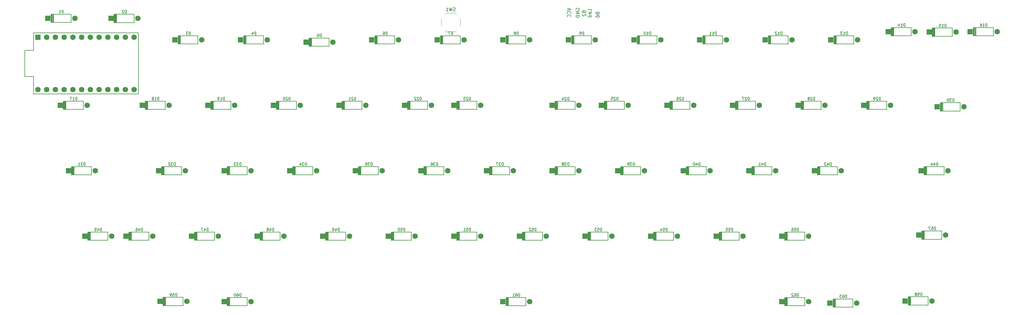
<source format=gbr>
%TF.GenerationSoftware,KiCad,Pcbnew,(6.0.7)*%
%TF.CreationDate,2022-08-27T10:35:01+05:30*%
%TF.ProjectId,unix60pcb,756e6978-3630-4706-9362-2e6b69636164,rev?*%
%TF.SameCoordinates,Original*%
%TF.FileFunction,Legend,Bot*%
%TF.FilePolarity,Positive*%
%FSLAX46Y46*%
G04 Gerber Fmt 4.6, Leading zero omitted, Abs format (unit mm)*
G04 Created by KiCad (PCBNEW (6.0.7)) date 2022-08-27 10:35:01*
%MOMM*%
%LPD*%
G01*
G04 APERTURE LIST*
%ADD10C,0.150000*%
%ADD11C,0.200000*%
%ADD12C,0.120000*%
%ADD13C,1.600000*%
%ADD14R,1.600000X1.600000*%
G04 APERTURE END LIST*
D10*
X178381351Y-4187558D02*
X178428970Y-4330415D01*
X178476589Y-4378034D01*
X178571827Y-4425653D01*
X178714684Y-4425653D01*
X178809922Y-4378034D01*
X178857541Y-4330415D01*
X178905160Y-4235177D01*
X178905160Y-3854224D01*
X177905160Y-3854224D01*
X177905160Y-4187558D01*
X177952780Y-4282796D01*
X178000399Y-4330415D01*
X178095637Y-4378034D01*
X178190875Y-4378034D01*
X178286113Y-4330415D01*
X178333732Y-4282796D01*
X178381351Y-4187558D01*
X178381351Y-3854224D01*
X177905160Y-5282796D02*
X177905160Y-5092320D01*
X177952780Y-4997081D01*
X178000399Y-4949462D01*
X178143256Y-4854224D01*
X178333732Y-4806605D01*
X178714684Y-4806605D01*
X178809922Y-4854224D01*
X178857541Y-4901843D01*
X178905160Y-4997081D01*
X178905160Y-5187558D01*
X178857541Y-5282796D01*
X178809922Y-5330415D01*
X178714684Y-5378034D01*
X178476589Y-5378034D01*
X178381351Y-5330415D01*
X178333732Y-5282796D01*
X178286113Y-5187558D01*
X178286113Y-4997081D01*
X178333732Y-4901843D01*
X178381351Y-4854224D01*
X178476589Y-4806605D01*
X174421671Y-3763378D02*
X174469290Y-3906235D01*
X174516909Y-3953854D01*
X174612147Y-4001473D01*
X174755004Y-4001473D01*
X174850242Y-3953854D01*
X174897861Y-3906235D01*
X174945480Y-3810997D01*
X174945480Y-3430044D01*
X173945480Y-3430044D01*
X173945480Y-3763378D01*
X173993100Y-3858616D01*
X174040719Y-3906235D01*
X174135957Y-3953854D01*
X174231195Y-3953854D01*
X174326433Y-3906235D01*
X174374052Y-3858616D01*
X174421671Y-3763378D01*
X174421671Y-3430044D01*
X174040719Y-4382425D02*
X173993100Y-4430044D01*
X173945480Y-4525282D01*
X173945480Y-4763378D01*
X173993100Y-4858616D01*
X174040719Y-4906235D01*
X174135957Y-4953854D01*
X174231195Y-4953854D01*
X174374052Y-4906235D01*
X174945480Y-4334806D01*
X174945480Y-4953854D01*
X176555480Y-3596711D02*
X176555480Y-3120520D01*
X175555480Y-3120520D01*
X176507861Y-4310997D02*
X176555480Y-4215759D01*
X176555480Y-4025282D01*
X176507861Y-3930044D01*
X176412623Y-3882425D01*
X176031671Y-3882425D01*
X175936433Y-3930044D01*
X175888814Y-4025282D01*
X175888814Y-4215759D01*
X175936433Y-4310997D01*
X176031671Y-4358616D01*
X176126909Y-4358616D01*
X176222147Y-3882425D01*
X176555480Y-5215759D02*
X175555480Y-5215759D01*
X176507861Y-5215759D02*
X176555480Y-5120520D01*
X176555480Y-4930044D01*
X176507861Y-4834806D01*
X176460242Y-4787187D01*
X176365004Y-4739568D01*
X176079290Y-4739568D01*
X175984052Y-4787187D01*
X175936433Y-4834806D01*
X175888814Y-4930044D01*
X175888814Y-5120520D01*
X175936433Y-5215759D01*
X172143800Y-3238095D02*
X172096180Y-3142857D01*
X172096180Y-3000000D01*
X172143800Y-2857142D01*
X172239038Y-2761904D01*
X172334276Y-2714285D01*
X172524752Y-2666666D01*
X172667609Y-2666666D01*
X172858085Y-2714285D01*
X172953323Y-2761904D01*
X173048561Y-2857142D01*
X173096180Y-3000000D01*
X173096180Y-3095238D01*
X173048561Y-3238095D01*
X173000942Y-3285714D01*
X172667609Y-3285714D01*
X172667609Y-3095238D01*
X173096180Y-3714285D02*
X172096180Y-3714285D01*
X173096180Y-4285714D01*
X172096180Y-4285714D01*
X173096180Y-4761904D02*
X172096180Y-4761904D01*
X172096180Y-5000000D01*
X172143800Y-5142857D01*
X172239038Y-5238095D01*
X172334276Y-5285714D01*
X172524752Y-5333333D01*
X172667609Y-5333333D01*
X172858085Y-5285714D01*
X172953323Y-5238095D01*
X173048561Y-5142857D01*
X173096180Y-5000000D01*
X173096180Y-4761904D01*
X169594280Y-2666666D02*
X170594280Y-3000000D01*
X169594280Y-3333333D01*
X170499042Y-4238095D02*
X170546661Y-4190476D01*
X170594280Y-4047619D01*
X170594280Y-3952380D01*
X170546661Y-3809523D01*
X170451423Y-3714285D01*
X170356185Y-3666666D01*
X170165709Y-3619047D01*
X170022852Y-3619047D01*
X169832376Y-3666666D01*
X169737138Y-3714285D01*
X169641900Y-3809523D01*
X169594280Y-3952380D01*
X169594280Y-4047619D01*
X169641900Y-4190476D01*
X169689519Y-4238095D01*
X170499042Y-5238095D02*
X170546661Y-5190476D01*
X170594280Y-5047619D01*
X170594280Y-4952380D01*
X170546661Y-4809523D01*
X170451423Y-4714285D01*
X170356185Y-4666666D01*
X170165709Y-4619047D01*
X170022852Y-4619047D01*
X169832376Y-4666666D01*
X169737138Y-4714285D01*
X169641900Y-4809523D01*
X169594280Y-4952380D01*
X169594280Y-5047619D01*
X169641900Y-5190476D01*
X169689519Y-5238095D01*
%TO.C,D15*%
X279606428Y-8081304D02*
X279606428Y-7281304D01*
X279415952Y-7281304D01*
X279301666Y-7319400D01*
X279225476Y-7395590D01*
X279187380Y-7471780D01*
X279149285Y-7624161D01*
X279149285Y-7738447D01*
X279187380Y-7890828D01*
X279225476Y-7967019D01*
X279301666Y-8043209D01*
X279415952Y-8081304D01*
X279606428Y-8081304D01*
X278387380Y-8081304D02*
X278844523Y-8081304D01*
X278615952Y-8081304D02*
X278615952Y-7281304D01*
X278692142Y-7395590D01*
X278768333Y-7471780D01*
X278844523Y-7509876D01*
X277663571Y-7281304D02*
X278044523Y-7281304D01*
X278082619Y-7662257D01*
X278044523Y-7624161D01*
X277968333Y-7586066D01*
X277777857Y-7586066D01*
X277701666Y-7624161D01*
X277663571Y-7662257D01*
X277625476Y-7738447D01*
X277625476Y-7928923D01*
X277663571Y-8005114D01*
X277701666Y-8043209D01*
X277777857Y-8081304D01*
X277968333Y-8081304D01*
X278044523Y-8043209D01*
X278082619Y-8005114D01*
%TO.C,D1*%
X23219376Y-4040104D02*
X23219376Y-3240104D01*
X23028900Y-3240104D01*
X22914614Y-3278200D01*
X22838423Y-3354390D01*
X22800328Y-3430580D01*
X22762233Y-3582961D01*
X22762233Y-3697247D01*
X22800328Y-3849628D01*
X22838423Y-3925819D01*
X22914614Y-4002009D01*
X23028900Y-4040104D01*
X23219376Y-4040104D01*
X22000328Y-4040104D02*
X22457471Y-4040104D01*
X22228900Y-4040104D02*
X22228900Y-3240104D01*
X22305090Y-3354390D01*
X22381280Y-3430580D01*
X22457471Y-3468676D01*
%TO.C,D2*%
X41520076Y-4093504D02*
X41520076Y-3293504D01*
X41329600Y-3293504D01*
X41215314Y-3331600D01*
X41139123Y-3407790D01*
X41101028Y-3483980D01*
X41062933Y-3636361D01*
X41062933Y-3750647D01*
X41101028Y-3903028D01*
X41139123Y-3979219D01*
X41215314Y-4055409D01*
X41329600Y-4093504D01*
X41520076Y-4093504D01*
X40758171Y-3369695D02*
X40720076Y-3331600D01*
X40643885Y-3293504D01*
X40453409Y-3293504D01*
X40377219Y-3331600D01*
X40339123Y-3369695D01*
X40301028Y-3445885D01*
X40301028Y-3522076D01*
X40339123Y-3636361D01*
X40796266Y-4093504D01*
X40301028Y-4093504D01*
%TO.C,D3*%
X60121676Y-10343104D02*
X60121676Y-9543104D01*
X59931200Y-9543104D01*
X59816914Y-9581200D01*
X59740723Y-9657390D01*
X59702628Y-9733580D01*
X59664533Y-9885961D01*
X59664533Y-10000247D01*
X59702628Y-10152628D01*
X59740723Y-10228819D01*
X59816914Y-10305009D01*
X59931200Y-10343104D01*
X60121676Y-10343104D01*
X59397866Y-9543104D02*
X58902628Y-9543104D01*
X59169295Y-9847866D01*
X59055009Y-9847866D01*
X58978819Y-9885961D01*
X58940723Y-9924057D01*
X58902628Y-10000247D01*
X58902628Y-10190723D01*
X58940723Y-10266914D01*
X58978819Y-10305009D01*
X59055009Y-10343104D01*
X59283580Y-10343104D01*
X59359771Y-10305009D01*
X59397866Y-10266914D01*
%TO.C,D4*%
X79171676Y-10343104D02*
X79171676Y-9543104D01*
X78981200Y-9543104D01*
X78866914Y-9581200D01*
X78790723Y-9657390D01*
X78752628Y-9733580D01*
X78714533Y-9885961D01*
X78714533Y-10000247D01*
X78752628Y-10152628D01*
X78790723Y-10228819D01*
X78866914Y-10305009D01*
X78981200Y-10343104D01*
X79171676Y-10343104D01*
X78028819Y-9809771D02*
X78028819Y-10343104D01*
X78219295Y-9505009D02*
X78409771Y-10076438D01*
X77914533Y-10076438D01*
%TO.C,D5*%
X98167096Y-10997204D02*
X98167096Y-10197204D01*
X97976620Y-10197204D01*
X97862334Y-10235300D01*
X97786143Y-10311490D01*
X97748048Y-10387680D01*
X97709953Y-10540061D01*
X97709953Y-10654347D01*
X97748048Y-10806728D01*
X97786143Y-10882919D01*
X97862334Y-10959109D01*
X97976620Y-10997204D01*
X98167096Y-10997204D01*
X96986143Y-10197204D02*
X97367096Y-10197204D01*
X97405191Y-10578157D01*
X97367096Y-10540061D01*
X97290905Y-10501966D01*
X97100429Y-10501966D01*
X97024239Y-10540061D01*
X96986143Y-10578157D01*
X96948048Y-10654347D01*
X96948048Y-10844823D01*
X96986143Y-10921014D01*
X97024239Y-10959109D01*
X97100429Y-10997204D01*
X97290905Y-10997204D01*
X97367096Y-10959109D01*
X97405191Y-10921014D01*
%TO.C,D6*%
X117271476Y-10343104D02*
X117271476Y-9543104D01*
X117081000Y-9543104D01*
X116966714Y-9581200D01*
X116890523Y-9657390D01*
X116852428Y-9733580D01*
X116814333Y-9885961D01*
X116814333Y-10000247D01*
X116852428Y-10152628D01*
X116890523Y-10228819D01*
X116966714Y-10305009D01*
X117081000Y-10343104D01*
X117271476Y-10343104D01*
X116128619Y-9543104D02*
X116281000Y-9543104D01*
X116357190Y-9581200D01*
X116395285Y-9619295D01*
X116471476Y-9733580D01*
X116509571Y-9885961D01*
X116509571Y-10190723D01*
X116471476Y-10266914D01*
X116433380Y-10305009D01*
X116357190Y-10343104D01*
X116204809Y-10343104D01*
X116128619Y-10305009D01*
X116090523Y-10266914D01*
X116052428Y-10190723D01*
X116052428Y-10000247D01*
X116090523Y-9924057D01*
X116128619Y-9885961D01*
X116204809Y-9847866D01*
X116357190Y-9847866D01*
X116433380Y-9885961D01*
X116471476Y-9924057D01*
X116509571Y-10000247D01*
%TO.C,D7*%
X136321476Y-10343104D02*
X136321476Y-9543104D01*
X136131000Y-9543104D01*
X136016714Y-9581200D01*
X135940523Y-9657390D01*
X135902428Y-9733580D01*
X135864333Y-9885961D01*
X135864333Y-10000247D01*
X135902428Y-10152628D01*
X135940523Y-10228819D01*
X136016714Y-10305009D01*
X136131000Y-10343104D01*
X136321476Y-10343104D01*
X135597666Y-9543104D02*
X135064333Y-9543104D01*
X135407190Y-10343104D01*
%TO.C,D8*%
X155371476Y-10343104D02*
X155371476Y-9543104D01*
X155181000Y-9543104D01*
X155066714Y-9581200D01*
X154990523Y-9657390D01*
X154952428Y-9733580D01*
X154914333Y-9885961D01*
X154914333Y-10000247D01*
X154952428Y-10152628D01*
X154990523Y-10228819D01*
X155066714Y-10305009D01*
X155181000Y-10343104D01*
X155371476Y-10343104D01*
X154457190Y-9885961D02*
X154533380Y-9847866D01*
X154571476Y-9809771D01*
X154609571Y-9733580D01*
X154609571Y-9695485D01*
X154571476Y-9619295D01*
X154533380Y-9581200D01*
X154457190Y-9543104D01*
X154304809Y-9543104D01*
X154228619Y-9581200D01*
X154190523Y-9619295D01*
X154152428Y-9695485D01*
X154152428Y-9733580D01*
X154190523Y-9809771D01*
X154228619Y-9847866D01*
X154304809Y-9885961D01*
X154457190Y-9885961D01*
X154533380Y-9924057D01*
X154571476Y-9962152D01*
X154609571Y-10038342D01*
X154609571Y-10190723D01*
X154571476Y-10266914D01*
X154533380Y-10305009D01*
X154457190Y-10343104D01*
X154304809Y-10343104D01*
X154228619Y-10305009D01*
X154190523Y-10266914D01*
X154152428Y-10190723D01*
X154152428Y-10038342D01*
X154190523Y-9962152D01*
X154228619Y-9924057D01*
X154304809Y-9885961D01*
%TO.C,D9*%
X174421476Y-10343104D02*
X174421476Y-9543104D01*
X174231000Y-9543104D01*
X174116714Y-9581200D01*
X174040523Y-9657390D01*
X174002428Y-9733580D01*
X173964333Y-9885961D01*
X173964333Y-10000247D01*
X174002428Y-10152628D01*
X174040523Y-10228819D01*
X174116714Y-10305009D01*
X174231000Y-10343104D01*
X174421476Y-10343104D01*
X173583380Y-10343104D02*
X173431000Y-10343104D01*
X173354809Y-10305009D01*
X173316714Y-10266914D01*
X173240523Y-10152628D01*
X173202428Y-10000247D01*
X173202428Y-9695485D01*
X173240523Y-9619295D01*
X173278619Y-9581200D01*
X173354809Y-9543104D01*
X173507190Y-9543104D01*
X173583380Y-9581200D01*
X173621476Y-9619295D01*
X173659571Y-9695485D01*
X173659571Y-9885961D01*
X173621476Y-9962152D01*
X173583380Y-10000247D01*
X173507190Y-10038342D01*
X173354809Y-10038342D01*
X173278619Y-10000247D01*
X173240523Y-9962152D01*
X173202428Y-9885961D01*
%TO.C,D10*%
X193852428Y-10343104D02*
X193852428Y-9543104D01*
X193661952Y-9543104D01*
X193547666Y-9581200D01*
X193471476Y-9657390D01*
X193433380Y-9733580D01*
X193395285Y-9885961D01*
X193395285Y-10000247D01*
X193433380Y-10152628D01*
X193471476Y-10228819D01*
X193547666Y-10305009D01*
X193661952Y-10343104D01*
X193852428Y-10343104D01*
X192633380Y-10343104D02*
X193090523Y-10343104D01*
X192861952Y-10343104D02*
X192861952Y-9543104D01*
X192938142Y-9657390D01*
X193014333Y-9733580D01*
X193090523Y-9771676D01*
X192138142Y-9543104D02*
X192061952Y-9543104D01*
X191985761Y-9581200D01*
X191947666Y-9619295D01*
X191909571Y-9695485D01*
X191871476Y-9847866D01*
X191871476Y-10038342D01*
X191909571Y-10190723D01*
X191947666Y-10266914D01*
X191985761Y-10305009D01*
X192061952Y-10343104D01*
X192138142Y-10343104D01*
X192214333Y-10305009D01*
X192252428Y-10266914D01*
X192290523Y-10190723D01*
X192328619Y-10038342D01*
X192328619Y-9847866D01*
X192290523Y-9695485D01*
X192252428Y-9619295D01*
X192214333Y-9581200D01*
X192138142Y-9543104D01*
%TO.C,D11*%
X212902428Y-10343104D02*
X212902428Y-9543104D01*
X212711952Y-9543104D01*
X212597666Y-9581200D01*
X212521476Y-9657390D01*
X212483380Y-9733580D01*
X212445285Y-9885961D01*
X212445285Y-10000247D01*
X212483380Y-10152628D01*
X212521476Y-10228819D01*
X212597666Y-10305009D01*
X212711952Y-10343104D01*
X212902428Y-10343104D01*
X211683380Y-10343104D02*
X212140523Y-10343104D01*
X211911952Y-10343104D02*
X211911952Y-9543104D01*
X211988142Y-9657390D01*
X212064333Y-9733580D01*
X212140523Y-9771676D01*
X210921476Y-10343104D02*
X211378619Y-10343104D01*
X211150047Y-10343104D02*
X211150047Y-9543104D01*
X211226238Y-9657390D01*
X211302428Y-9733580D01*
X211378619Y-9771676D01*
%TO.C,D12*%
X231952428Y-10343104D02*
X231952428Y-9543104D01*
X231761952Y-9543104D01*
X231647666Y-9581200D01*
X231571476Y-9657390D01*
X231533380Y-9733580D01*
X231495285Y-9885961D01*
X231495285Y-10000247D01*
X231533380Y-10152628D01*
X231571476Y-10228819D01*
X231647666Y-10305009D01*
X231761952Y-10343104D01*
X231952428Y-10343104D01*
X230733380Y-10343104D02*
X231190523Y-10343104D01*
X230961952Y-10343104D02*
X230961952Y-9543104D01*
X231038142Y-9657390D01*
X231114333Y-9733580D01*
X231190523Y-9771676D01*
X230428619Y-9619295D02*
X230390523Y-9581200D01*
X230314333Y-9543104D01*
X230123857Y-9543104D01*
X230047666Y-9581200D01*
X230009571Y-9619295D01*
X229971476Y-9695485D01*
X229971476Y-9771676D01*
X230009571Y-9885961D01*
X230466714Y-10343104D01*
X229971476Y-10343104D01*
%TO.C,D13*%
X251002428Y-10343104D02*
X251002428Y-9543104D01*
X250811952Y-9543104D01*
X250697666Y-9581200D01*
X250621476Y-9657390D01*
X250583380Y-9733580D01*
X250545285Y-9885961D01*
X250545285Y-10000247D01*
X250583380Y-10152628D01*
X250621476Y-10228819D01*
X250697666Y-10305009D01*
X250811952Y-10343104D01*
X251002428Y-10343104D01*
X249783380Y-10343104D02*
X250240523Y-10343104D01*
X250011952Y-10343104D02*
X250011952Y-9543104D01*
X250088142Y-9657390D01*
X250164333Y-9733580D01*
X250240523Y-9771676D01*
X249516714Y-9543104D02*
X249021476Y-9543104D01*
X249288142Y-9847866D01*
X249173857Y-9847866D01*
X249097666Y-9885961D01*
X249059571Y-9924057D01*
X249021476Y-10000247D01*
X249021476Y-10190723D01*
X249059571Y-10266914D01*
X249097666Y-10305009D01*
X249173857Y-10343104D01*
X249402428Y-10343104D01*
X249478619Y-10305009D01*
X249516714Y-10266914D01*
%TO.C,D14*%
X267671428Y-7961904D02*
X267671428Y-7161904D01*
X267480952Y-7161904D01*
X267366666Y-7200000D01*
X267290476Y-7276190D01*
X267252380Y-7352380D01*
X267214285Y-7504761D01*
X267214285Y-7619047D01*
X267252380Y-7771428D01*
X267290476Y-7847619D01*
X267366666Y-7923809D01*
X267480952Y-7961904D01*
X267671428Y-7961904D01*
X266452380Y-7961904D02*
X266909523Y-7961904D01*
X266680952Y-7961904D02*
X266680952Y-7161904D01*
X266757142Y-7276190D01*
X266833333Y-7352380D01*
X266909523Y-7390476D01*
X265766666Y-7428571D02*
X265766666Y-7961904D01*
X265957142Y-7123809D02*
X266147619Y-7695238D01*
X265652380Y-7695238D01*
%TO.C,D16*%
X291483428Y-7961904D02*
X291483428Y-7161904D01*
X291292952Y-7161904D01*
X291178666Y-7200000D01*
X291102476Y-7276190D01*
X291064380Y-7352380D01*
X291026285Y-7504761D01*
X291026285Y-7619047D01*
X291064380Y-7771428D01*
X291102476Y-7847619D01*
X291178666Y-7923809D01*
X291292952Y-7961904D01*
X291483428Y-7961904D01*
X290264380Y-7961904D02*
X290721523Y-7961904D01*
X290492952Y-7961904D02*
X290492952Y-7161904D01*
X290569142Y-7276190D01*
X290645333Y-7352380D01*
X290721523Y-7390476D01*
X289578666Y-7161904D02*
X289731047Y-7161904D01*
X289807238Y-7200000D01*
X289845333Y-7238095D01*
X289921523Y-7352380D01*
X289959619Y-7504761D01*
X289959619Y-7809523D01*
X289921523Y-7885714D01*
X289883428Y-7923809D01*
X289807238Y-7961904D01*
X289654857Y-7961904D01*
X289578666Y-7923809D01*
X289540571Y-7885714D01*
X289502476Y-7809523D01*
X289502476Y-7619047D01*
X289540571Y-7542857D01*
X289578666Y-7504761D01*
X289654857Y-7466666D01*
X289807238Y-7466666D01*
X289883428Y-7504761D01*
X289921523Y-7542857D01*
X289959619Y-7619047D01*
%TO.C,D17*%
X27165228Y-29393104D02*
X27165228Y-28593104D01*
X26974752Y-28593104D01*
X26860466Y-28631200D01*
X26784276Y-28707390D01*
X26746180Y-28783580D01*
X26708085Y-28935961D01*
X26708085Y-29050247D01*
X26746180Y-29202628D01*
X26784276Y-29278819D01*
X26860466Y-29355009D01*
X26974752Y-29393104D01*
X27165228Y-29393104D01*
X25946180Y-29393104D02*
X26403323Y-29393104D01*
X26174752Y-29393104D02*
X26174752Y-28593104D01*
X26250942Y-28707390D01*
X26327133Y-28783580D01*
X26403323Y-28821676D01*
X25679514Y-28593104D02*
X25146180Y-28593104D01*
X25489038Y-29393104D01*
%TO.C,D18*%
X50977628Y-29393104D02*
X50977628Y-28593104D01*
X50787152Y-28593104D01*
X50672866Y-28631200D01*
X50596676Y-28707390D01*
X50558580Y-28783580D01*
X50520485Y-28935961D01*
X50520485Y-29050247D01*
X50558580Y-29202628D01*
X50596676Y-29278819D01*
X50672866Y-29355009D01*
X50787152Y-29393104D01*
X50977628Y-29393104D01*
X49758580Y-29393104D02*
X50215723Y-29393104D01*
X49987152Y-29393104D02*
X49987152Y-28593104D01*
X50063342Y-28707390D01*
X50139533Y-28783580D01*
X50215723Y-28821676D01*
X49301438Y-28935961D02*
X49377628Y-28897866D01*
X49415723Y-28859771D01*
X49453819Y-28783580D01*
X49453819Y-28745485D01*
X49415723Y-28669295D01*
X49377628Y-28631200D01*
X49301438Y-28593104D01*
X49149057Y-28593104D01*
X49072866Y-28631200D01*
X49034771Y-28669295D01*
X48996676Y-28745485D01*
X48996676Y-28783580D01*
X49034771Y-28859771D01*
X49072866Y-28897866D01*
X49149057Y-28935961D01*
X49301438Y-28935961D01*
X49377628Y-28974057D01*
X49415723Y-29012152D01*
X49453819Y-29088342D01*
X49453819Y-29240723D01*
X49415723Y-29316914D01*
X49377628Y-29355009D01*
X49301438Y-29393104D01*
X49149057Y-29393104D01*
X49072866Y-29355009D01*
X49034771Y-29316914D01*
X48996676Y-29240723D01*
X48996676Y-29088342D01*
X49034771Y-29012152D01*
X49072866Y-28974057D01*
X49149057Y-28935961D01*
%TO.C,D19*%
X70027628Y-29393104D02*
X70027628Y-28593104D01*
X69837152Y-28593104D01*
X69722866Y-28631200D01*
X69646676Y-28707390D01*
X69608580Y-28783580D01*
X69570485Y-28935961D01*
X69570485Y-29050247D01*
X69608580Y-29202628D01*
X69646676Y-29278819D01*
X69722866Y-29355009D01*
X69837152Y-29393104D01*
X70027628Y-29393104D01*
X68808580Y-29393104D02*
X69265723Y-29393104D01*
X69037152Y-29393104D02*
X69037152Y-28593104D01*
X69113342Y-28707390D01*
X69189533Y-28783580D01*
X69265723Y-28821676D01*
X68427628Y-29393104D02*
X68275247Y-29393104D01*
X68199057Y-29355009D01*
X68160961Y-29316914D01*
X68084771Y-29202628D01*
X68046676Y-29050247D01*
X68046676Y-28745485D01*
X68084771Y-28669295D01*
X68122866Y-28631200D01*
X68199057Y-28593104D01*
X68351438Y-28593104D01*
X68427628Y-28631200D01*
X68465723Y-28669295D01*
X68503819Y-28745485D01*
X68503819Y-28935961D01*
X68465723Y-29012152D01*
X68427628Y-29050247D01*
X68351438Y-29088342D01*
X68199057Y-29088342D01*
X68122866Y-29050247D01*
X68084771Y-29012152D01*
X68046676Y-28935961D01*
%TO.C,D20*%
X89077628Y-29393104D02*
X89077628Y-28593104D01*
X88887152Y-28593104D01*
X88772866Y-28631200D01*
X88696676Y-28707390D01*
X88658580Y-28783580D01*
X88620485Y-28935961D01*
X88620485Y-29050247D01*
X88658580Y-29202628D01*
X88696676Y-29278819D01*
X88772866Y-29355009D01*
X88887152Y-29393104D01*
X89077628Y-29393104D01*
X88315723Y-28669295D02*
X88277628Y-28631200D01*
X88201438Y-28593104D01*
X88010961Y-28593104D01*
X87934771Y-28631200D01*
X87896676Y-28669295D01*
X87858580Y-28745485D01*
X87858580Y-28821676D01*
X87896676Y-28935961D01*
X88353819Y-29393104D01*
X87858580Y-29393104D01*
X87363342Y-28593104D02*
X87287152Y-28593104D01*
X87210961Y-28631200D01*
X87172866Y-28669295D01*
X87134771Y-28745485D01*
X87096676Y-28897866D01*
X87096676Y-29088342D01*
X87134771Y-29240723D01*
X87172866Y-29316914D01*
X87210961Y-29355009D01*
X87287152Y-29393104D01*
X87363342Y-29393104D01*
X87439533Y-29355009D01*
X87477628Y-29316914D01*
X87515723Y-29240723D01*
X87553819Y-29088342D01*
X87553819Y-28897866D01*
X87515723Y-28745485D01*
X87477628Y-28669295D01*
X87439533Y-28631200D01*
X87363342Y-28593104D01*
%TO.C,D21*%
X108127428Y-29393104D02*
X108127428Y-28593104D01*
X107936952Y-28593104D01*
X107822666Y-28631200D01*
X107746476Y-28707390D01*
X107708380Y-28783580D01*
X107670285Y-28935961D01*
X107670285Y-29050247D01*
X107708380Y-29202628D01*
X107746476Y-29278819D01*
X107822666Y-29355009D01*
X107936952Y-29393104D01*
X108127428Y-29393104D01*
X107365523Y-28669295D02*
X107327428Y-28631200D01*
X107251238Y-28593104D01*
X107060761Y-28593104D01*
X106984571Y-28631200D01*
X106946476Y-28669295D01*
X106908380Y-28745485D01*
X106908380Y-28821676D01*
X106946476Y-28935961D01*
X107403619Y-29393104D01*
X106908380Y-29393104D01*
X106146476Y-29393104D02*
X106603619Y-29393104D01*
X106375047Y-29393104D02*
X106375047Y-28593104D01*
X106451238Y-28707390D01*
X106527428Y-28783580D01*
X106603619Y-28821676D01*
%TO.C,D22*%
X127177428Y-29393104D02*
X127177428Y-28593104D01*
X126986952Y-28593104D01*
X126872666Y-28631200D01*
X126796476Y-28707390D01*
X126758380Y-28783580D01*
X126720285Y-28935961D01*
X126720285Y-29050247D01*
X126758380Y-29202628D01*
X126796476Y-29278819D01*
X126872666Y-29355009D01*
X126986952Y-29393104D01*
X127177428Y-29393104D01*
X126415523Y-28669295D02*
X126377428Y-28631200D01*
X126301238Y-28593104D01*
X126110761Y-28593104D01*
X126034571Y-28631200D01*
X125996476Y-28669295D01*
X125958380Y-28745485D01*
X125958380Y-28821676D01*
X125996476Y-28935961D01*
X126453619Y-29393104D01*
X125958380Y-29393104D01*
X125653619Y-28669295D02*
X125615523Y-28631200D01*
X125539333Y-28593104D01*
X125348857Y-28593104D01*
X125272666Y-28631200D01*
X125234571Y-28669295D01*
X125196476Y-28745485D01*
X125196476Y-28821676D01*
X125234571Y-28935961D01*
X125691714Y-29393104D01*
X125196476Y-29393104D01*
%TO.C,D23*%
X141465428Y-29393104D02*
X141465428Y-28593104D01*
X141274952Y-28593104D01*
X141160666Y-28631200D01*
X141084476Y-28707390D01*
X141046380Y-28783580D01*
X141008285Y-28935961D01*
X141008285Y-29050247D01*
X141046380Y-29202628D01*
X141084476Y-29278819D01*
X141160666Y-29355009D01*
X141274952Y-29393104D01*
X141465428Y-29393104D01*
X140703523Y-28669295D02*
X140665428Y-28631200D01*
X140589238Y-28593104D01*
X140398761Y-28593104D01*
X140322571Y-28631200D01*
X140284476Y-28669295D01*
X140246380Y-28745485D01*
X140246380Y-28821676D01*
X140284476Y-28935961D01*
X140741619Y-29393104D01*
X140246380Y-29393104D01*
X139979714Y-28593104D02*
X139484476Y-28593104D01*
X139751142Y-28897866D01*
X139636857Y-28897866D01*
X139560666Y-28935961D01*
X139522571Y-28974057D01*
X139484476Y-29050247D01*
X139484476Y-29240723D01*
X139522571Y-29316914D01*
X139560666Y-29355009D01*
X139636857Y-29393104D01*
X139865428Y-29393104D01*
X139941619Y-29355009D01*
X139979714Y-29316914D01*
%TO.C,D24*%
X170040428Y-29393104D02*
X170040428Y-28593104D01*
X169849952Y-28593104D01*
X169735666Y-28631200D01*
X169659476Y-28707390D01*
X169621380Y-28783580D01*
X169583285Y-28935961D01*
X169583285Y-29050247D01*
X169621380Y-29202628D01*
X169659476Y-29278819D01*
X169735666Y-29355009D01*
X169849952Y-29393104D01*
X170040428Y-29393104D01*
X169278523Y-28669295D02*
X169240428Y-28631200D01*
X169164238Y-28593104D01*
X168973761Y-28593104D01*
X168897571Y-28631200D01*
X168859476Y-28669295D01*
X168821380Y-28745485D01*
X168821380Y-28821676D01*
X168859476Y-28935961D01*
X169316619Y-29393104D01*
X168821380Y-29393104D01*
X168135666Y-28859771D02*
X168135666Y-29393104D01*
X168326142Y-28555009D02*
X168516619Y-29126438D01*
X168021380Y-29126438D01*
%TO.C,D25*%
X184327428Y-29393104D02*
X184327428Y-28593104D01*
X184136952Y-28593104D01*
X184022666Y-28631200D01*
X183946476Y-28707390D01*
X183908380Y-28783580D01*
X183870285Y-28935961D01*
X183870285Y-29050247D01*
X183908380Y-29202628D01*
X183946476Y-29278819D01*
X184022666Y-29355009D01*
X184136952Y-29393104D01*
X184327428Y-29393104D01*
X183565523Y-28669295D02*
X183527428Y-28631200D01*
X183451238Y-28593104D01*
X183260761Y-28593104D01*
X183184571Y-28631200D01*
X183146476Y-28669295D01*
X183108380Y-28745485D01*
X183108380Y-28821676D01*
X183146476Y-28935961D01*
X183603619Y-29393104D01*
X183108380Y-29393104D01*
X182384571Y-28593104D02*
X182765523Y-28593104D01*
X182803619Y-28974057D01*
X182765523Y-28935961D01*
X182689333Y-28897866D01*
X182498857Y-28897866D01*
X182422666Y-28935961D01*
X182384571Y-28974057D01*
X182346476Y-29050247D01*
X182346476Y-29240723D01*
X182384571Y-29316914D01*
X182422666Y-29355009D01*
X182498857Y-29393104D01*
X182689333Y-29393104D01*
X182765523Y-29355009D01*
X182803619Y-29316914D01*
%TO.C,D26*%
X203377428Y-29393104D02*
X203377428Y-28593104D01*
X203186952Y-28593104D01*
X203072666Y-28631200D01*
X202996476Y-28707390D01*
X202958380Y-28783580D01*
X202920285Y-28935961D01*
X202920285Y-29050247D01*
X202958380Y-29202628D01*
X202996476Y-29278819D01*
X203072666Y-29355009D01*
X203186952Y-29393104D01*
X203377428Y-29393104D01*
X202615523Y-28669295D02*
X202577428Y-28631200D01*
X202501238Y-28593104D01*
X202310761Y-28593104D01*
X202234571Y-28631200D01*
X202196476Y-28669295D01*
X202158380Y-28745485D01*
X202158380Y-28821676D01*
X202196476Y-28935961D01*
X202653619Y-29393104D01*
X202158380Y-29393104D01*
X201472666Y-28593104D02*
X201625047Y-28593104D01*
X201701238Y-28631200D01*
X201739333Y-28669295D01*
X201815523Y-28783580D01*
X201853619Y-28935961D01*
X201853619Y-29240723D01*
X201815523Y-29316914D01*
X201777428Y-29355009D01*
X201701238Y-29393104D01*
X201548857Y-29393104D01*
X201472666Y-29355009D01*
X201434571Y-29316914D01*
X201396476Y-29240723D01*
X201396476Y-29050247D01*
X201434571Y-28974057D01*
X201472666Y-28935961D01*
X201548857Y-28897866D01*
X201701238Y-28897866D01*
X201777428Y-28935961D01*
X201815523Y-28974057D01*
X201853619Y-29050247D01*
%TO.C,D27*%
X222427428Y-29393104D02*
X222427428Y-28593104D01*
X222236952Y-28593104D01*
X222122666Y-28631200D01*
X222046476Y-28707390D01*
X222008380Y-28783580D01*
X221970285Y-28935961D01*
X221970285Y-29050247D01*
X222008380Y-29202628D01*
X222046476Y-29278819D01*
X222122666Y-29355009D01*
X222236952Y-29393104D01*
X222427428Y-29393104D01*
X221665523Y-28669295D02*
X221627428Y-28631200D01*
X221551238Y-28593104D01*
X221360761Y-28593104D01*
X221284571Y-28631200D01*
X221246476Y-28669295D01*
X221208380Y-28745485D01*
X221208380Y-28821676D01*
X221246476Y-28935961D01*
X221703619Y-29393104D01*
X221208380Y-29393104D01*
X220941714Y-28593104D02*
X220408380Y-28593104D01*
X220751238Y-29393104D01*
%TO.C,D28*%
X241477428Y-29393104D02*
X241477428Y-28593104D01*
X241286952Y-28593104D01*
X241172666Y-28631200D01*
X241096476Y-28707390D01*
X241058380Y-28783580D01*
X241020285Y-28935961D01*
X241020285Y-29050247D01*
X241058380Y-29202628D01*
X241096476Y-29278819D01*
X241172666Y-29355009D01*
X241286952Y-29393104D01*
X241477428Y-29393104D01*
X240715523Y-28669295D02*
X240677428Y-28631200D01*
X240601238Y-28593104D01*
X240410761Y-28593104D01*
X240334571Y-28631200D01*
X240296476Y-28669295D01*
X240258380Y-28745485D01*
X240258380Y-28821676D01*
X240296476Y-28935961D01*
X240753619Y-29393104D01*
X240258380Y-29393104D01*
X239801238Y-28935961D02*
X239877428Y-28897866D01*
X239915523Y-28859771D01*
X239953619Y-28783580D01*
X239953619Y-28745485D01*
X239915523Y-28669295D01*
X239877428Y-28631200D01*
X239801238Y-28593104D01*
X239648857Y-28593104D01*
X239572666Y-28631200D01*
X239534571Y-28669295D01*
X239496476Y-28745485D01*
X239496476Y-28783580D01*
X239534571Y-28859771D01*
X239572666Y-28897866D01*
X239648857Y-28935961D01*
X239801238Y-28935961D01*
X239877428Y-28974057D01*
X239915523Y-29012152D01*
X239953619Y-29088342D01*
X239953619Y-29240723D01*
X239915523Y-29316914D01*
X239877428Y-29355009D01*
X239801238Y-29393104D01*
X239648857Y-29393104D01*
X239572666Y-29355009D01*
X239534571Y-29316914D01*
X239496476Y-29240723D01*
X239496476Y-29088342D01*
X239534571Y-29012152D01*
X239572666Y-28974057D01*
X239648857Y-28935961D01*
%TO.C,D29*%
X260527428Y-29393104D02*
X260527428Y-28593104D01*
X260336952Y-28593104D01*
X260222666Y-28631200D01*
X260146476Y-28707390D01*
X260108380Y-28783580D01*
X260070285Y-28935961D01*
X260070285Y-29050247D01*
X260108380Y-29202628D01*
X260146476Y-29278819D01*
X260222666Y-29355009D01*
X260336952Y-29393104D01*
X260527428Y-29393104D01*
X259765523Y-28669295D02*
X259727428Y-28631200D01*
X259651238Y-28593104D01*
X259460761Y-28593104D01*
X259384571Y-28631200D01*
X259346476Y-28669295D01*
X259308380Y-28745485D01*
X259308380Y-28821676D01*
X259346476Y-28935961D01*
X259803619Y-29393104D01*
X259308380Y-29393104D01*
X258927428Y-29393104D02*
X258775047Y-29393104D01*
X258698857Y-29355009D01*
X258660761Y-29316914D01*
X258584571Y-29202628D01*
X258546476Y-29050247D01*
X258546476Y-28745485D01*
X258584571Y-28669295D01*
X258622666Y-28631200D01*
X258698857Y-28593104D01*
X258851238Y-28593104D01*
X258927428Y-28631200D01*
X258965523Y-28669295D01*
X259003619Y-28745485D01*
X259003619Y-28935961D01*
X258965523Y-29012152D01*
X258927428Y-29050247D01*
X258851238Y-29088342D01*
X258698857Y-29088342D01*
X258622666Y-29050247D01*
X258584571Y-29012152D01*
X258546476Y-28935961D01*
%TO.C,D30*%
X281908428Y-29836404D02*
X281908428Y-29036404D01*
X281717952Y-29036404D01*
X281603666Y-29074500D01*
X281527476Y-29150690D01*
X281489380Y-29226880D01*
X281451285Y-29379261D01*
X281451285Y-29493547D01*
X281489380Y-29645928D01*
X281527476Y-29722119D01*
X281603666Y-29798309D01*
X281717952Y-29836404D01*
X281908428Y-29836404D01*
X281184619Y-29036404D02*
X280689380Y-29036404D01*
X280956047Y-29341166D01*
X280841761Y-29341166D01*
X280765571Y-29379261D01*
X280727476Y-29417357D01*
X280689380Y-29493547D01*
X280689380Y-29684023D01*
X280727476Y-29760214D01*
X280765571Y-29798309D01*
X280841761Y-29836404D01*
X281070333Y-29836404D01*
X281146523Y-29798309D01*
X281184619Y-29760214D01*
X280194142Y-29036404D02*
X280117952Y-29036404D01*
X280041761Y-29074500D01*
X280003666Y-29112595D01*
X279965571Y-29188785D01*
X279927476Y-29341166D01*
X279927476Y-29531642D01*
X279965571Y-29684023D01*
X280003666Y-29760214D01*
X280041761Y-29798309D01*
X280117952Y-29836404D01*
X280194142Y-29836404D01*
X280270333Y-29798309D01*
X280308428Y-29760214D01*
X280346523Y-29684023D01*
X280384619Y-29531642D01*
X280384619Y-29341166D01*
X280346523Y-29188785D01*
X280308428Y-29112595D01*
X280270333Y-29074500D01*
X280194142Y-29036404D01*
%TO.C,D31*%
X29546428Y-48443104D02*
X29546428Y-47643104D01*
X29355952Y-47643104D01*
X29241666Y-47681200D01*
X29165476Y-47757390D01*
X29127380Y-47833580D01*
X29089285Y-47985961D01*
X29089285Y-48100247D01*
X29127380Y-48252628D01*
X29165476Y-48328819D01*
X29241666Y-48405009D01*
X29355952Y-48443104D01*
X29546428Y-48443104D01*
X28822619Y-47643104D02*
X28327380Y-47643104D01*
X28594047Y-47947866D01*
X28479761Y-47947866D01*
X28403571Y-47985961D01*
X28365476Y-48024057D01*
X28327380Y-48100247D01*
X28327380Y-48290723D01*
X28365476Y-48366914D01*
X28403571Y-48405009D01*
X28479761Y-48443104D01*
X28708333Y-48443104D01*
X28784523Y-48405009D01*
X28822619Y-48366914D01*
X27565476Y-48443104D02*
X28022619Y-48443104D01*
X27794047Y-48443104D02*
X27794047Y-47643104D01*
X27870238Y-47757390D01*
X27946428Y-47833580D01*
X28022619Y-47871676D01*
%TO.C,D32*%
X55740228Y-48443104D02*
X55740228Y-47643104D01*
X55549752Y-47643104D01*
X55435466Y-47681200D01*
X55359276Y-47757390D01*
X55321180Y-47833580D01*
X55283085Y-47985961D01*
X55283085Y-48100247D01*
X55321180Y-48252628D01*
X55359276Y-48328819D01*
X55435466Y-48405009D01*
X55549752Y-48443104D01*
X55740228Y-48443104D01*
X55016419Y-47643104D02*
X54521180Y-47643104D01*
X54787847Y-47947866D01*
X54673561Y-47947866D01*
X54597371Y-47985961D01*
X54559276Y-48024057D01*
X54521180Y-48100247D01*
X54521180Y-48290723D01*
X54559276Y-48366914D01*
X54597371Y-48405009D01*
X54673561Y-48443104D01*
X54902133Y-48443104D01*
X54978323Y-48405009D01*
X55016419Y-48366914D01*
X54216419Y-47719295D02*
X54178323Y-47681200D01*
X54102133Y-47643104D01*
X53911657Y-47643104D01*
X53835466Y-47681200D01*
X53797371Y-47719295D01*
X53759276Y-47795485D01*
X53759276Y-47871676D01*
X53797371Y-47985961D01*
X54254514Y-48443104D01*
X53759276Y-48443104D01*
%TO.C,D33*%
X74790228Y-48443104D02*
X74790228Y-47643104D01*
X74599752Y-47643104D01*
X74485466Y-47681200D01*
X74409276Y-47757390D01*
X74371180Y-47833580D01*
X74333085Y-47985961D01*
X74333085Y-48100247D01*
X74371180Y-48252628D01*
X74409276Y-48328819D01*
X74485466Y-48405009D01*
X74599752Y-48443104D01*
X74790228Y-48443104D01*
X74066419Y-47643104D02*
X73571180Y-47643104D01*
X73837847Y-47947866D01*
X73723561Y-47947866D01*
X73647371Y-47985961D01*
X73609276Y-48024057D01*
X73571180Y-48100247D01*
X73571180Y-48290723D01*
X73609276Y-48366914D01*
X73647371Y-48405009D01*
X73723561Y-48443104D01*
X73952133Y-48443104D01*
X74028323Y-48405009D01*
X74066419Y-48366914D01*
X73304514Y-47643104D02*
X72809276Y-47643104D01*
X73075942Y-47947866D01*
X72961657Y-47947866D01*
X72885466Y-47985961D01*
X72847371Y-48024057D01*
X72809276Y-48100247D01*
X72809276Y-48290723D01*
X72847371Y-48366914D01*
X72885466Y-48405009D01*
X72961657Y-48443104D01*
X73190228Y-48443104D01*
X73266419Y-48405009D01*
X73304514Y-48366914D01*
%TO.C,D34*%
X93840228Y-48443104D02*
X93840228Y-47643104D01*
X93649752Y-47643104D01*
X93535466Y-47681200D01*
X93459276Y-47757390D01*
X93421180Y-47833580D01*
X93383085Y-47985961D01*
X93383085Y-48100247D01*
X93421180Y-48252628D01*
X93459276Y-48328819D01*
X93535466Y-48405009D01*
X93649752Y-48443104D01*
X93840228Y-48443104D01*
X93116419Y-47643104D02*
X92621180Y-47643104D01*
X92887847Y-47947866D01*
X92773561Y-47947866D01*
X92697371Y-47985961D01*
X92659276Y-48024057D01*
X92621180Y-48100247D01*
X92621180Y-48290723D01*
X92659276Y-48366914D01*
X92697371Y-48405009D01*
X92773561Y-48443104D01*
X93002133Y-48443104D01*
X93078323Y-48405009D01*
X93116419Y-48366914D01*
X91935466Y-47909771D02*
X91935466Y-48443104D01*
X92125942Y-47605009D02*
X92316419Y-48176438D01*
X91821180Y-48176438D01*
%TO.C,D35*%
X112890428Y-48443104D02*
X112890428Y-47643104D01*
X112699952Y-47643104D01*
X112585666Y-47681200D01*
X112509476Y-47757390D01*
X112471380Y-47833580D01*
X112433285Y-47985961D01*
X112433285Y-48100247D01*
X112471380Y-48252628D01*
X112509476Y-48328819D01*
X112585666Y-48405009D01*
X112699952Y-48443104D01*
X112890428Y-48443104D01*
X112166619Y-47643104D02*
X111671380Y-47643104D01*
X111938047Y-47947866D01*
X111823761Y-47947866D01*
X111747571Y-47985961D01*
X111709476Y-48024057D01*
X111671380Y-48100247D01*
X111671380Y-48290723D01*
X111709476Y-48366914D01*
X111747571Y-48405009D01*
X111823761Y-48443104D01*
X112052333Y-48443104D01*
X112128523Y-48405009D01*
X112166619Y-48366914D01*
X110947571Y-47643104D02*
X111328523Y-47643104D01*
X111366619Y-48024057D01*
X111328523Y-47985961D01*
X111252333Y-47947866D01*
X111061857Y-47947866D01*
X110985666Y-47985961D01*
X110947571Y-48024057D01*
X110909476Y-48100247D01*
X110909476Y-48290723D01*
X110947571Y-48366914D01*
X110985666Y-48405009D01*
X111061857Y-48443104D01*
X111252333Y-48443104D01*
X111328523Y-48405009D01*
X111366619Y-48366914D01*
%TO.C,D36*%
X131940428Y-48443104D02*
X131940428Y-47643104D01*
X131749952Y-47643104D01*
X131635666Y-47681200D01*
X131559476Y-47757390D01*
X131521380Y-47833580D01*
X131483285Y-47985961D01*
X131483285Y-48100247D01*
X131521380Y-48252628D01*
X131559476Y-48328819D01*
X131635666Y-48405009D01*
X131749952Y-48443104D01*
X131940428Y-48443104D01*
X131216619Y-47643104D02*
X130721380Y-47643104D01*
X130988047Y-47947866D01*
X130873761Y-47947866D01*
X130797571Y-47985961D01*
X130759476Y-48024057D01*
X130721380Y-48100247D01*
X130721380Y-48290723D01*
X130759476Y-48366914D01*
X130797571Y-48405009D01*
X130873761Y-48443104D01*
X131102333Y-48443104D01*
X131178523Y-48405009D01*
X131216619Y-48366914D01*
X130035666Y-47643104D02*
X130188047Y-47643104D01*
X130264238Y-47681200D01*
X130302333Y-47719295D01*
X130378523Y-47833580D01*
X130416619Y-47985961D01*
X130416619Y-48290723D01*
X130378523Y-48366914D01*
X130340428Y-48405009D01*
X130264238Y-48443104D01*
X130111857Y-48443104D01*
X130035666Y-48405009D01*
X129997571Y-48366914D01*
X129959476Y-48290723D01*
X129959476Y-48100247D01*
X129997571Y-48024057D01*
X130035666Y-47985961D01*
X130111857Y-47947866D01*
X130264238Y-47947866D01*
X130340428Y-47985961D01*
X130378523Y-48024057D01*
X130416619Y-48100247D01*
%TO.C,D37*%
X150990428Y-48443104D02*
X150990428Y-47643104D01*
X150799952Y-47643104D01*
X150685666Y-47681200D01*
X150609476Y-47757390D01*
X150571380Y-47833580D01*
X150533285Y-47985961D01*
X150533285Y-48100247D01*
X150571380Y-48252628D01*
X150609476Y-48328819D01*
X150685666Y-48405009D01*
X150799952Y-48443104D01*
X150990428Y-48443104D01*
X150266619Y-47643104D02*
X149771380Y-47643104D01*
X150038047Y-47947866D01*
X149923761Y-47947866D01*
X149847571Y-47985961D01*
X149809476Y-48024057D01*
X149771380Y-48100247D01*
X149771380Y-48290723D01*
X149809476Y-48366914D01*
X149847571Y-48405009D01*
X149923761Y-48443104D01*
X150152333Y-48443104D01*
X150228523Y-48405009D01*
X150266619Y-48366914D01*
X149504714Y-47643104D02*
X148971380Y-47643104D01*
X149314238Y-48443104D01*
%TO.C,D38*%
X170040428Y-48443104D02*
X170040428Y-47643104D01*
X169849952Y-47643104D01*
X169735666Y-47681200D01*
X169659476Y-47757390D01*
X169621380Y-47833580D01*
X169583285Y-47985961D01*
X169583285Y-48100247D01*
X169621380Y-48252628D01*
X169659476Y-48328819D01*
X169735666Y-48405009D01*
X169849952Y-48443104D01*
X170040428Y-48443104D01*
X169316619Y-47643104D02*
X168821380Y-47643104D01*
X169088047Y-47947866D01*
X168973761Y-47947866D01*
X168897571Y-47985961D01*
X168859476Y-48024057D01*
X168821380Y-48100247D01*
X168821380Y-48290723D01*
X168859476Y-48366914D01*
X168897571Y-48405009D01*
X168973761Y-48443104D01*
X169202333Y-48443104D01*
X169278523Y-48405009D01*
X169316619Y-48366914D01*
X168364238Y-47985961D02*
X168440428Y-47947866D01*
X168478523Y-47909771D01*
X168516619Y-47833580D01*
X168516619Y-47795485D01*
X168478523Y-47719295D01*
X168440428Y-47681200D01*
X168364238Y-47643104D01*
X168211857Y-47643104D01*
X168135666Y-47681200D01*
X168097571Y-47719295D01*
X168059476Y-47795485D01*
X168059476Y-47833580D01*
X168097571Y-47909771D01*
X168135666Y-47947866D01*
X168211857Y-47985961D01*
X168364238Y-47985961D01*
X168440428Y-48024057D01*
X168478523Y-48062152D01*
X168516619Y-48138342D01*
X168516619Y-48290723D01*
X168478523Y-48366914D01*
X168440428Y-48405009D01*
X168364238Y-48443104D01*
X168211857Y-48443104D01*
X168135666Y-48405009D01*
X168097571Y-48366914D01*
X168059476Y-48290723D01*
X168059476Y-48138342D01*
X168097571Y-48062152D01*
X168135666Y-48024057D01*
X168211857Y-47985961D01*
%TO.C,D39*%
X189090428Y-48443104D02*
X189090428Y-47643104D01*
X188899952Y-47643104D01*
X188785666Y-47681200D01*
X188709476Y-47757390D01*
X188671380Y-47833580D01*
X188633285Y-47985961D01*
X188633285Y-48100247D01*
X188671380Y-48252628D01*
X188709476Y-48328819D01*
X188785666Y-48405009D01*
X188899952Y-48443104D01*
X189090428Y-48443104D01*
X188366619Y-47643104D02*
X187871380Y-47643104D01*
X188138047Y-47947866D01*
X188023761Y-47947866D01*
X187947571Y-47985961D01*
X187909476Y-48024057D01*
X187871380Y-48100247D01*
X187871380Y-48290723D01*
X187909476Y-48366914D01*
X187947571Y-48405009D01*
X188023761Y-48443104D01*
X188252333Y-48443104D01*
X188328523Y-48405009D01*
X188366619Y-48366914D01*
X187490428Y-48443104D02*
X187338047Y-48443104D01*
X187261857Y-48405009D01*
X187223761Y-48366914D01*
X187147571Y-48252628D01*
X187109476Y-48100247D01*
X187109476Y-47795485D01*
X187147571Y-47719295D01*
X187185666Y-47681200D01*
X187261857Y-47643104D01*
X187414238Y-47643104D01*
X187490428Y-47681200D01*
X187528523Y-47719295D01*
X187566619Y-47795485D01*
X187566619Y-47985961D01*
X187528523Y-48062152D01*
X187490428Y-48100247D01*
X187414238Y-48138342D01*
X187261857Y-48138342D01*
X187185666Y-48100247D01*
X187147571Y-48062152D01*
X187109476Y-47985961D01*
%TO.C,D40*%
X208140428Y-48443104D02*
X208140428Y-47643104D01*
X207949952Y-47643104D01*
X207835666Y-47681200D01*
X207759476Y-47757390D01*
X207721380Y-47833580D01*
X207683285Y-47985961D01*
X207683285Y-48100247D01*
X207721380Y-48252628D01*
X207759476Y-48328819D01*
X207835666Y-48405009D01*
X207949952Y-48443104D01*
X208140428Y-48443104D01*
X206997571Y-47909771D02*
X206997571Y-48443104D01*
X207188047Y-47605009D02*
X207378523Y-48176438D01*
X206883285Y-48176438D01*
X206426142Y-47643104D02*
X206349952Y-47643104D01*
X206273761Y-47681200D01*
X206235666Y-47719295D01*
X206197571Y-47795485D01*
X206159476Y-47947866D01*
X206159476Y-48138342D01*
X206197571Y-48290723D01*
X206235666Y-48366914D01*
X206273761Y-48405009D01*
X206349952Y-48443104D01*
X206426142Y-48443104D01*
X206502333Y-48405009D01*
X206540428Y-48366914D01*
X206578523Y-48290723D01*
X206616619Y-48138342D01*
X206616619Y-47947866D01*
X206578523Y-47795485D01*
X206540428Y-47719295D01*
X206502333Y-47681200D01*
X206426142Y-47643104D01*
%TO.C,D41*%
X227190428Y-48443104D02*
X227190428Y-47643104D01*
X226999952Y-47643104D01*
X226885666Y-47681200D01*
X226809476Y-47757390D01*
X226771380Y-47833580D01*
X226733285Y-47985961D01*
X226733285Y-48100247D01*
X226771380Y-48252628D01*
X226809476Y-48328819D01*
X226885666Y-48405009D01*
X226999952Y-48443104D01*
X227190428Y-48443104D01*
X226047571Y-47909771D02*
X226047571Y-48443104D01*
X226238047Y-47605009D02*
X226428523Y-48176438D01*
X225933285Y-48176438D01*
X225209476Y-48443104D02*
X225666619Y-48443104D01*
X225438047Y-48443104D02*
X225438047Y-47643104D01*
X225514238Y-47757390D01*
X225590428Y-47833580D01*
X225666619Y-47871676D01*
%TO.C,D42*%
X246240428Y-48443104D02*
X246240428Y-47643104D01*
X246049952Y-47643104D01*
X245935666Y-47681200D01*
X245859476Y-47757390D01*
X245821380Y-47833580D01*
X245783285Y-47985961D01*
X245783285Y-48100247D01*
X245821380Y-48252628D01*
X245859476Y-48328819D01*
X245935666Y-48405009D01*
X246049952Y-48443104D01*
X246240428Y-48443104D01*
X245097571Y-47909771D02*
X245097571Y-48443104D01*
X245288047Y-47605009D02*
X245478523Y-48176438D01*
X244983285Y-48176438D01*
X244716619Y-47719295D02*
X244678523Y-47681200D01*
X244602333Y-47643104D01*
X244411857Y-47643104D01*
X244335666Y-47681200D01*
X244297571Y-47719295D01*
X244259476Y-47795485D01*
X244259476Y-47871676D01*
X244297571Y-47985961D01*
X244754714Y-48443104D01*
X244259476Y-48443104D01*
%TO.C,D44*%
X277196428Y-48443104D02*
X277196428Y-47643104D01*
X277005952Y-47643104D01*
X276891666Y-47681200D01*
X276815476Y-47757390D01*
X276777380Y-47833580D01*
X276739285Y-47985961D01*
X276739285Y-48100247D01*
X276777380Y-48252628D01*
X276815476Y-48328819D01*
X276891666Y-48405009D01*
X277005952Y-48443104D01*
X277196428Y-48443104D01*
X276053571Y-47909771D02*
X276053571Y-48443104D01*
X276244047Y-47605009D02*
X276434523Y-48176438D01*
X275939285Y-48176438D01*
X275291666Y-47909771D02*
X275291666Y-48443104D01*
X275482142Y-47605009D02*
X275672619Y-48176438D01*
X275177380Y-48176438D01*
%TO.C,D45*%
X34308928Y-67493104D02*
X34308928Y-66693104D01*
X34118452Y-66693104D01*
X34004166Y-66731200D01*
X33927976Y-66807390D01*
X33889880Y-66883580D01*
X33851785Y-67035961D01*
X33851785Y-67150247D01*
X33889880Y-67302628D01*
X33927976Y-67378819D01*
X34004166Y-67455009D01*
X34118452Y-67493104D01*
X34308928Y-67493104D01*
X33166071Y-66959771D02*
X33166071Y-67493104D01*
X33356547Y-66655009D02*
X33547023Y-67226438D01*
X33051785Y-67226438D01*
X32366071Y-66693104D02*
X32747023Y-66693104D01*
X32785119Y-67074057D01*
X32747023Y-67035961D01*
X32670833Y-66997866D01*
X32480357Y-66997866D01*
X32404166Y-67035961D01*
X32366071Y-67074057D01*
X32327976Y-67150247D01*
X32327976Y-67340723D01*
X32366071Y-67416914D01*
X32404166Y-67455009D01*
X32480357Y-67493104D01*
X32670833Y-67493104D01*
X32747023Y-67455009D01*
X32785119Y-67416914D01*
%TO.C,D46*%
X46215228Y-67493104D02*
X46215228Y-66693104D01*
X46024752Y-66693104D01*
X45910466Y-66731200D01*
X45834276Y-66807390D01*
X45796180Y-66883580D01*
X45758085Y-67035961D01*
X45758085Y-67150247D01*
X45796180Y-67302628D01*
X45834276Y-67378819D01*
X45910466Y-67455009D01*
X46024752Y-67493104D01*
X46215228Y-67493104D01*
X45072371Y-66959771D02*
X45072371Y-67493104D01*
X45262847Y-66655009D02*
X45453323Y-67226438D01*
X44958085Y-67226438D01*
X44310466Y-66693104D02*
X44462847Y-66693104D01*
X44539038Y-66731200D01*
X44577133Y-66769295D01*
X44653323Y-66883580D01*
X44691419Y-67035961D01*
X44691419Y-67340723D01*
X44653323Y-67416914D01*
X44615228Y-67455009D01*
X44539038Y-67493104D01*
X44386657Y-67493104D01*
X44310466Y-67455009D01*
X44272371Y-67416914D01*
X44234276Y-67340723D01*
X44234276Y-67150247D01*
X44272371Y-67074057D01*
X44310466Y-67035961D01*
X44386657Y-66997866D01*
X44539038Y-66997866D01*
X44615228Y-67035961D01*
X44653323Y-67074057D01*
X44691419Y-67150247D01*
%TO.C,D47*%
X65265228Y-67493104D02*
X65265228Y-66693104D01*
X65074752Y-66693104D01*
X64960466Y-66731200D01*
X64884276Y-66807390D01*
X64846180Y-66883580D01*
X64808085Y-67035961D01*
X64808085Y-67150247D01*
X64846180Y-67302628D01*
X64884276Y-67378819D01*
X64960466Y-67455009D01*
X65074752Y-67493104D01*
X65265228Y-67493104D01*
X64122371Y-66959771D02*
X64122371Y-67493104D01*
X64312847Y-66655009D02*
X64503323Y-67226438D01*
X64008085Y-67226438D01*
X63779514Y-66693104D02*
X63246180Y-66693104D01*
X63589038Y-67493104D01*
%TO.C,D48*%
X84315228Y-67493104D02*
X84315228Y-66693104D01*
X84124752Y-66693104D01*
X84010466Y-66731200D01*
X83934276Y-66807390D01*
X83896180Y-66883580D01*
X83858085Y-67035961D01*
X83858085Y-67150247D01*
X83896180Y-67302628D01*
X83934276Y-67378819D01*
X84010466Y-67455009D01*
X84124752Y-67493104D01*
X84315228Y-67493104D01*
X83172371Y-66959771D02*
X83172371Y-67493104D01*
X83362847Y-66655009D02*
X83553323Y-67226438D01*
X83058085Y-67226438D01*
X82639038Y-67035961D02*
X82715228Y-66997866D01*
X82753323Y-66959771D01*
X82791419Y-66883580D01*
X82791419Y-66845485D01*
X82753323Y-66769295D01*
X82715228Y-66731200D01*
X82639038Y-66693104D01*
X82486657Y-66693104D01*
X82410466Y-66731200D01*
X82372371Y-66769295D01*
X82334276Y-66845485D01*
X82334276Y-66883580D01*
X82372371Y-66959771D01*
X82410466Y-66997866D01*
X82486657Y-67035961D01*
X82639038Y-67035961D01*
X82715228Y-67074057D01*
X82753323Y-67112152D01*
X82791419Y-67188342D01*
X82791419Y-67340723D01*
X82753323Y-67416914D01*
X82715228Y-67455009D01*
X82639038Y-67493104D01*
X82486657Y-67493104D01*
X82410466Y-67455009D01*
X82372371Y-67416914D01*
X82334276Y-67340723D01*
X82334276Y-67188342D01*
X82372371Y-67112152D01*
X82410466Y-67074057D01*
X82486657Y-67035961D01*
%TO.C,D49*%
X103365428Y-67493104D02*
X103365428Y-66693104D01*
X103174952Y-66693104D01*
X103060666Y-66731200D01*
X102984476Y-66807390D01*
X102946380Y-66883580D01*
X102908285Y-67035961D01*
X102908285Y-67150247D01*
X102946380Y-67302628D01*
X102984476Y-67378819D01*
X103060666Y-67455009D01*
X103174952Y-67493104D01*
X103365428Y-67493104D01*
X102222571Y-66959771D02*
X102222571Y-67493104D01*
X102413047Y-66655009D02*
X102603523Y-67226438D01*
X102108285Y-67226438D01*
X101765428Y-67493104D02*
X101613047Y-67493104D01*
X101536857Y-67455009D01*
X101498761Y-67416914D01*
X101422571Y-67302628D01*
X101384476Y-67150247D01*
X101384476Y-66845485D01*
X101422571Y-66769295D01*
X101460666Y-66731200D01*
X101536857Y-66693104D01*
X101689238Y-66693104D01*
X101765428Y-66731200D01*
X101803523Y-66769295D01*
X101841619Y-66845485D01*
X101841619Y-67035961D01*
X101803523Y-67112152D01*
X101765428Y-67150247D01*
X101689238Y-67188342D01*
X101536857Y-67188342D01*
X101460666Y-67150247D01*
X101422571Y-67112152D01*
X101384476Y-67035961D01*
%TO.C,D50*%
X122415428Y-67493104D02*
X122415428Y-66693104D01*
X122224952Y-66693104D01*
X122110666Y-66731200D01*
X122034476Y-66807390D01*
X121996380Y-66883580D01*
X121958285Y-67035961D01*
X121958285Y-67150247D01*
X121996380Y-67302628D01*
X122034476Y-67378819D01*
X122110666Y-67455009D01*
X122224952Y-67493104D01*
X122415428Y-67493104D01*
X121234476Y-66693104D02*
X121615428Y-66693104D01*
X121653523Y-67074057D01*
X121615428Y-67035961D01*
X121539238Y-66997866D01*
X121348761Y-66997866D01*
X121272571Y-67035961D01*
X121234476Y-67074057D01*
X121196380Y-67150247D01*
X121196380Y-67340723D01*
X121234476Y-67416914D01*
X121272571Y-67455009D01*
X121348761Y-67493104D01*
X121539238Y-67493104D01*
X121615428Y-67455009D01*
X121653523Y-67416914D01*
X120701142Y-66693104D02*
X120624952Y-66693104D01*
X120548761Y-66731200D01*
X120510666Y-66769295D01*
X120472571Y-66845485D01*
X120434476Y-66997866D01*
X120434476Y-67188342D01*
X120472571Y-67340723D01*
X120510666Y-67416914D01*
X120548761Y-67455009D01*
X120624952Y-67493104D01*
X120701142Y-67493104D01*
X120777333Y-67455009D01*
X120815428Y-67416914D01*
X120853523Y-67340723D01*
X120891619Y-67188342D01*
X120891619Y-66997866D01*
X120853523Y-66845485D01*
X120815428Y-66769295D01*
X120777333Y-66731200D01*
X120701142Y-66693104D01*
%TO.C,D51*%
X141465428Y-67493104D02*
X141465428Y-66693104D01*
X141274952Y-66693104D01*
X141160666Y-66731200D01*
X141084476Y-66807390D01*
X141046380Y-66883580D01*
X141008285Y-67035961D01*
X141008285Y-67150247D01*
X141046380Y-67302628D01*
X141084476Y-67378819D01*
X141160666Y-67455009D01*
X141274952Y-67493104D01*
X141465428Y-67493104D01*
X140284476Y-66693104D02*
X140665428Y-66693104D01*
X140703523Y-67074057D01*
X140665428Y-67035961D01*
X140589238Y-66997866D01*
X140398761Y-66997866D01*
X140322571Y-67035961D01*
X140284476Y-67074057D01*
X140246380Y-67150247D01*
X140246380Y-67340723D01*
X140284476Y-67416914D01*
X140322571Y-67455009D01*
X140398761Y-67493104D01*
X140589238Y-67493104D01*
X140665428Y-67455009D01*
X140703523Y-67416914D01*
X139484476Y-67493104D02*
X139941619Y-67493104D01*
X139713047Y-67493104D02*
X139713047Y-66693104D01*
X139789238Y-66807390D01*
X139865428Y-66883580D01*
X139941619Y-66921676D01*
%TO.C,D52*%
X160515428Y-67493104D02*
X160515428Y-66693104D01*
X160324952Y-66693104D01*
X160210666Y-66731200D01*
X160134476Y-66807390D01*
X160096380Y-66883580D01*
X160058285Y-67035961D01*
X160058285Y-67150247D01*
X160096380Y-67302628D01*
X160134476Y-67378819D01*
X160210666Y-67455009D01*
X160324952Y-67493104D01*
X160515428Y-67493104D01*
X159334476Y-66693104D02*
X159715428Y-66693104D01*
X159753523Y-67074057D01*
X159715428Y-67035961D01*
X159639238Y-66997866D01*
X159448761Y-66997866D01*
X159372571Y-67035961D01*
X159334476Y-67074057D01*
X159296380Y-67150247D01*
X159296380Y-67340723D01*
X159334476Y-67416914D01*
X159372571Y-67455009D01*
X159448761Y-67493104D01*
X159639238Y-67493104D01*
X159715428Y-67455009D01*
X159753523Y-67416914D01*
X158991619Y-66769295D02*
X158953523Y-66731200D01*
X158877333Y-66693104D01*
X158686857Y-66693104D01*
X158610666Y-66731200D01*
X158572571Y-66769295D01*
X158534476Y-66845485D01*
X158534476Y-66921676D01*
X158572571Y-67035961D01*
X159029714Y-67493104D01*
X158534476Y-67493104D01*
%TO.C,D53*%
X179565428Y-67493104D02*
X179565428Y-66693104D01*
X179374952Y-66693104D01*
X179260666Y-66731200D01*
X179184476Y-66807390D01*
X179146380Y-66883580D01*
X179108285Y-67035961D01*
X179108285Y-67150247D01*
X179146380Y-67302628D01*
X179184476Y-67378819D01*
X179260666Y-67455009D01*
X179374952Y-67493104D01*
X179565428Y-67493104D01*
X178384476Y-66693104D02*
X178765428Y-66693104D01*
X178803523Y-67074057D01*
X178765428Y-67035961D01*
X178689238Y-66997866D01*
X178498761Y-66997866D01*
X178422571Y-67035961D01*
X178384476Y-67074057D01*
X178346380Y-67150247D01*
X178346380Y-67340723D01*
X178384476Y-67416914D01*
X178422571Y-67455009D01*
X178498761Y-67493104D01*
X178689238Y-67493104D01*
X178765428Y-67455009D01*
X178803523Y-67416914D01*
X178079714Y-66693104D02*
X177584476Y-66693104D01*
X177851142Y-66997866D01*
X177736857Y-66997866D01*
X177660666Y-67035961D01*
X177622571Y-67074057D01*
X177584476Y-67150247D01*
X177584476Y-67340723D01*
X177622571Y-67416914D01*
X177660666Y-67455009D01*
X177736857Y-67493104D01*
X177965428Y-67493104D01*
X178041619Y-67455009D01*
X178079714Y-67416914D01*
%TO.C,D54*%
X198615428Y-67493104D02*
X198615428Y-66693104D01*
X198424952Y-66693104D01*
X198310666Y-66731200D01*
X198234476Y-66807390D01*
X198196380Y-66883580D01*
X198158285Y-67035961D01*
X198158285Y-67150247D01*
X198196380Y-67302628D01*
X198234476Y-67378819D01*
X198310666Y-67455009D01*
X198424952Y-67493104D01*
X198615428Y-67493104D01*
X197434476Y-66693104D02*
X197815428Y-66693104D01*
X197853523Y-67074057D01*
X197815428Y-67035961D01*
X197739238Y-66997866D01*
X197548761Y-66997866D01*
X197472571Y-67035961D01*
X197434476Y-67074057D01*
X197396380Y-67150247D01*
X197396380Y-67340723D01*
X197434476Y-67416914D01*
X197472571Y-67455009D01*
X197548761Y-67493104D01*
X197739238Y-67493104D01*
X197815428Y-67455009D01*
X197853523Y-67416914D01*
X196710666Y-66959771D02*
X196710666Y-67493104D01*
X196901142Y-66655009D02*
X197091619Y-67226438D01*
X196596380Y-67226438D01*
%TO.C,D55*%
X217665428Y-67493104D02*
X217665428Y-66693104D01*
X217474952Y-66693104D01*
X217360666Y-66731200D01*
X217284476Y-66807390D01*
X217246380Y-66883580D01*
X217208285Y-67035961D01*
X217208285Y-67150247D01*
X217246380Y-67302628D01*
X217284476Y-67378819D01*
X217360666Y-67455009D01*
X217474952Y-67493104D01*
X217665428Y-67493104D01*
X216484476Y-66693104D02*
X216865428Y-66693104D01*
X216903523Y-67074057D01*
X216865428Y-67035961D01*
X216789238Y-66997866D01*
X216598761Y-66997866D01*
X216522571Y-67035961D01*
X216484476Y-67074057D01*
X216446380Y-67150247D01*
X216446380Y-67340723D01*
X216484476Y-67416914D01*
X216522571Y-67455009D01*
X216598761Y-67493104D01*
X216789238Y-67493104D01*
X216865428Y-67455009D01*
X216903523Y-67416914D01*
X215722571Y-66693104D02*
X216103523Y-66693104D01*
X216141619Y-67074057D01*
X216103523Y-67035961D01*
X216027333Y-66997866D01*
X215836857Y-66997866D01*
X215760666Y-67035961D01*
X215722571Y-67074057D01*
X215684476Y-67150247D01*
X215684476Y-67340723D01*
X215722571Y-67416914D01*
X215760666Y-67455009D01*
X215836857Y-67493104D01*
X216027333Y-67493104D01*
X216103523Y-67455009D01*
X216141619Y-67416914D01*
%TO.C,D56*%
X236715428Y-67493104D02*
X236715428Y-66693104D01*
X236524952Y-66693104D01*
X236410666Y-66731200D01*
X236334476Y-66807390D01*
X236296380Y-66883580D01*
X236258285Y-67035961D01*
X236258285Y-67150247D01*
X236296380Y-67302628D01*
X236334476Y-67378819D01*
X236410666Y-67455009D01*
X236524952Y-67493104D01*
X236715428Y-67493104D01*
X235534476Y-66693104D02*
X235915428Y-66693104D01*
X235953523Y-67074057D01*
X235915428Y-67035961D01*
X235839238Y-66997866D01*
X235648761Y-66997866D01*
X235572571Y-67035961D01*
X235534476Y-67074057D01*
X235496380Y-67150247D01*
X235496380Y-67340723D01*
X235534476Y-67416914D01*
X235572571Y-67455009D01*
X235648761Y-67493104D01*
X235839238Y-67493104D01*
X235915428Y-67455009D01*
X235953523Y-67416914D01*
X234810666Y-66693104D02*
X234963047Y-66693104D01*
X235039238Y-66731200D01*
X235077333Y-66769295D01*
X235153523Y-66883580D01*
X235191619Y-67035961D01*
X235191619Y-67340723D01*
X235153523Y-67416914D01*
X235115428Y-67455009D01*
X235039238Y-67493104D01*
X234886857Y-67493104D01*
X234810666Y-67455009D01*
X234772571Y-67416914D01*
X234734476Y-67340723D01*
X234734476Y-67150247D01*
X234772571Y-67074057D01*
X234810666Y-67035961D01*
X234886857Y-66997866D01*
X235039238Y-66997866D01*
X235115428Y-67035961D01*
X235153523Y-67074057D01*
X235191619Y-67150247D01*
%TO.C,D57*%
X276558428Y-67174404D02*
X276558428Y-66374404D01*
X276367952Y-66374404D01*
X276253666Y-66412500D01*
X276177476Y-66488690D01*
X276139380Y-66564880D01*
X276101285Y-66717261D01*
X276101285Y-66831547D01*
X276139380Y-66983928D01*
X276177476Y-67060119D01*
X276253666Y-67136309D01*
X276367952Y-67174404D01*
X276558428Y-67174404D01*
X275377476Y-66374404D02*
X275758428Y-66374404D01*
X275796523Y-66755357D01*
X275758428Y-66717261D01*
X275682238Y-66679166D01*
X275491761Y-66679166D01*
X275415571Y-66717261D01*
X275377476Y-66755357D01*
X275339380Y-66831547D01*
X275339380Y-67022023D01*
X275377476Y-67098214D01*
X275415571Y-67136309D01*
X275491761Y-67174404D01*
X275682238Y-67174404D01*
X275758428Y-67136309D01*
X275796523Y-67098214D01*
X275072714Y-66374404D02*
X274539380Y-66374404D01*
X274882238Y-67174404D01*
%TO.C,D58*%
X272591428Y-86323404D02*
X272591428Y-85523404D01*
X272400952Y-85523404D01*
X272286666Y-85561500D01*
X272210476Y-85637690D01*
X272172380Y-85713880D01*
X272134285Y-85866261D01*
X272134285Y-85980547D01*
X272172380Y-86132928D01*
X272210476Y-86209119D01*
X272286666Y-86285309D01*
X272400952Y-86323404D01*
X272591428Y-86323404D01*
X271410476Y-85523404D02*
X271791428Y-85523404D01*
X271829523Y-85904357D01*
X271791428Y-85866261D01*
X271715238Y-85828166D01*
X271524761Y-85828166D01*
X271448571Y-85866261D01*
X271410476Y-85904357D01*
X271372380Y-85980547D01*
X271372380Y-86171023D01*
X271410476Y-86247214D01*
X271448571Y-86285309D01*
X271524761Y-86323404D01*
X271715238Y-86323404D01*
X271791428Y-86285309D01*
X271829523Y-86247214D01*
X270915238Y-85866261D02*
X270991428Y-85828166D01*
X271029523Y-85790071D01*
X271067619Y-85713880D01*
X271067619Y-85675785D01*
X271029523Y-85599595D01*
X270991428Y-85561500D01*
X270915238Y-85523404D01*
X270762857Y-85523404D01*
X270686666Y-85561500D01*
X270648571Y-85599595D01*
X270610476Y-85675785D01*
X270610476Y-85713880D01*
X270648571Y-85790071D01*
X270686666Y-85828166D01*
X270762857Y-85866261D01*
X270915238Y-85866261D01*
X270991428Y-85904357D01*
X271029523Y-85942452D01*
X271067619Y-86018642D01*
X271067619Y-86171023D01*
X271029523Y-86247214D01*
X270991428Y-86285309D01*
X270915238Y-86323404D01*
X270762857Y-86323404D01*
X270686666Y-86285309D01*
X270648571Y-86247214D01*
X270610476Y-86171023D01*
X270610476Y-86018642D01*
X270648571Y-85942452D01*
X270686666Y-85904357D01*
X270762857Y-85866261D01*
%TO.C,D59*%
X56163128Y-86488504D02*
X56163128Y-85688504D01*
X55972652Y-85688504D01*
X55858366Y-85726600D01*
X55782176Y-85802790D01*
X55744080Y-85878980D01*
X55705985Y-86031361D01*
X55705985Y-86145647D01*
X55744080Y-86298028D01*
X55782176Y-86374219D01*
X55858366Y-86450409D01*
X55972652Y-86488504D01*
X56163128Y-86488504D01*
X54982176Y-85688504D02*
X55363128Y-85688504D01*
X55401223Y-86069457D01*
X55363128Y-86031361D01*
X55286938Y-85993266D01*
X55096461Y-85993266D01*
X55020271Y-86031361D01*
X54982176Y-86069457D01*
X54944080Y-86145647D01*
X54944080Y-86336123D01*
X54982176Y-86412314D01*
X55020271Y-86450409D01*
X55096461Y-86488504D01*
X55286938Y-86488504D01*
X55363128Y-86450409D01*
X55401223Y-86412314D01*
X54563128Y-86488504D02*
X54410747Y-86488504D01*
X54334557Y-86450409D01*
X54296461Y-86412314D01*
X54220271Y-86298028D01*
X54182176Y-86145647D01*
X54182176Y-85840885D01*
X54220271Y-85764695D01*
X54258366Y-85726600D01*
X54334557Y-85688504D01*
X54486938Y-85688504D01*
X54563128Y-85726600D01*
X54601223Y-85764695D01*
X54639319Y-85840885D01*
X54639319Y-86031361D01*
X54601223Y-86107552D01*
X54563128Y-86145647D01*
X54486938Y-86183742D01*
X54334557Y-86183742D01*
X54258366Y-86145647D01*
X54220271Y-86107552D01*
X54182176Y-86031361D01*
%TO.C,D60*%
X74790228Y-86543104D02*
X74790228Y-85743104D01*
X74599752Y-85743104D01*
X74485466Y-85781200D01*
X74409276Y-85857390D01*
X74371180Y-85933580D01*
X74333085Y-86085961D01*
X74333085Y-86200247D01*
X74371180Y-86352628D01*
X74409276Y-86428819D01*
X74485466Y-86505009D01*
X74599752Y-86543104D01*
X74790228Y-86543104D01*
X73647371Y-85743104D02*
X73799752Y-85743104D01*
X73875942Y-85781200D01*
X73914038Y-85819295D01*
X73990228Y-85933580D01*
X74028323Y-86085961D01*
X74028323Y-86390723D01*
X73990228Y-86466914D01*
X73952133Y-86505009D01*
X73875942Y-86543104D01*
X73723561Y-86543104D01*
X73647371Y-86505009D01*
X73609276Y-86466914D01*
X73571180Y-86390723D01*
X73571180Y-86200247D01*
X73609276Y-86124057D01*
X73647371Y-86085961D01*
X73723561Y-86047866D01*
X73875942Y-86047866D01*
X73952133Y-86085961D01*
X73990228Y-86124057D01*
X74028323Y-86200247D01*
X73075942Y-85743104D02*
X72999752Y-85743104D01*
X72923561Y-85781200D01*
X72885466Y-85819295D01*
X72847371Y-85895485D01*
X72809276Y-86047866D01*
X72809276Y-86238342D01*
X72847371Y-86390723D01*
X72885466Y-86466914D01*
X72923561Y-86505009D01*
X72999752Y-86543104D01*
X73075942Y-86543104D01*
X73152133Y-86505009D01*
X73190228Y-86466914D01*
X73228323Y-86390723D01*
X73266419Y-86238342D01*
X73266419Y-86047866D01*
X73228323Y-85895485D01*
X73190228Y-85819295D01*
X73152133Y-85781200D01*
X73075942Y-85743104D01*
%TO.C,D61*%
X155752428Y-86543104D02*
X155752428Y-85743104D01*
X155561952Y-85743104D01*
X155447666Y-85781200D01*
X155371476Y-85857390D01*
X155333380Y-85933580D01*
X155295285Y-86085961D01*
X155295285Y-86200247D01*
X155333380Y-86352628D01*
X155371476Y-86428819D01*
X155447666Y-86505009D01*
X155561952Y-86543104D01*
X155752428Y-86543104D01*
X154609571Y-85743104D02*
X154761952Y-85743104D01*
X154838142Y-85781200D01*
X154876238Y-85819295D01*
X154952428Y-85933580D01*
X154990523Y-86085961D01*
X154990523Y-86390723D01*
X154952428Y-86466914D01*
X154914333Y-86505009D01*
X154838142Y-86543104D01*
X154685761Y-86543104D01*
X154609571Y-86505009D01*
X154571476Y-86466914D01*
X154533380Y-86390723D01*
X154533380Y-86200247D01*
X154571476Y-86124057D01*
X154609571Y-86085961D01*
X154685761Y-86047866D01*
X154838142Y-86047866D01*
X154914333Y-86085961D01*
X154952428Y-86124057D01*
X154990523Y-86200247D01*
X153771476Y-86543104D02*
X154228619Y-86543104D01*
X154000047Y-86543104D02*
X154000047Y-85743104D01*
X154076238Y-85857390D01*
X154152428Y-85933580D01*
X154228619Y-85971676D01*
%TO.C,D62*%
X236715428Y-86543104D02*
X236715428Y-85743104D01*
X236524952Y-85743104D01*
X236410666Y-85781200D01*
X236334476Y-85857390D01*
X236296380Y-85933580D01*
X236258285Y-86085961D01*
X236258285Y-86200247D01*
X236296380Y-86352628D01*
X236334476Y-86428819D01*
X236410666Y-86505009D01*
X236524952Y-86543104D01*
X236715428Y-86543104D01*
X235572571Y-85743104D02*
X235724952Y-85743104D01*
X235801142Y-85781200D01*
X235839238Y-85819295D01*
X235915428Y-85933580D01*
X235953523Y-86085961D01*
X235953523Y-86390723D01*
X235915428Y-86466914D01*
X235877333Y-86505009D01*
X235801142Y-86543104D01*
X235648761Y-86543104D01*
X235572571Y-86505009D01*
X235534476Y-86466914D01*
X235496380Y-86390723D01*
X235496380Y-86200247D01*
X235534476Y-86124057D01*
X235572571Y-86085961D01*
X235648761Y-86047866D01*
X235801142Y-86047866D01*
X235877333Y-86085961D01*
X235915428Y-86124057D01*
X235953523Y-86200247D01*
X235191619Y-85819295D02*
X235153523Y-85781200D01*
X235077333Y-85743104D01*
X234886857Y-85743104D01*
X234810666Y-85781200D01*
X234772571Y-85819295D01*
X234734476Y-85895485D01*
X234734476Y-85971676D01*
X234772571Y-86085961D01*
X235229714Y-86543104D01*
X234734476Y-86543104D01*
%TO.C,D63*%
X250742428Y-86940704D02*
X250742428Y-86140704D01*
X250551952Y-86140704D01*
X250437666Y-86178800D01*
X250361476Y-86254990D01*
X250323380Y-86331180D01*
X250285285Y-86483561D01*
X250285285Y-86597847D01*
X250323380Y-86750228D01*
X250361476Y-86826419D01*
X250437666Y-86902609D01*
X250551952Y-86940704D01*
X250742428Y-86940704D01*
X249599571Y-86140704D02*
X249751952Y-86140704D01*
X249828142Y-86178800D01*
X249866238Y-86216895D01*
X249942428Y-86331180D01*
X249980523Y-86483561D01*
X249980523Y-86788323D01*
X249942428Y-86864514D01*
X249904333Y-86902609D01*
X249828142Y-86940704D01*
X249675761Y-86940704D01*
X249599571Y-86902609D01*
X249561476Y-86864514D01*
X249523380Y-86788323D01*
X249523380Y-86597847D01*
X249561476Y-86521657D01*
X249599571Y-86483561D01*
X249675761Y-86445466D01*
X249828142Y-86445466D01*
X249904333Y-86483561D01*
X249942428Y-86521657D01*
X249980523Y-86597847D01*
X249256714Y-86140704D02*
X248761476Y-86140704D01*
X249028142Y-86445466D01*
X248913857Y-86445466D01*
X248837666Y-86483561D01*
X248799571Y-86521657D01*
X248761476Y-86597847D01*
X248761476Y-86788323D01*
X248799571Y-86864514D01*
X248837666Y-86902609D01*
X248913857Y-86940704D01*
X249142428Y-86940704D01*
X249218619Y-86902609D01*
X249256714Y-86864514D01*
%TO.C,SW1*%
X137064333Y-3454761D02*
X136921476Y-3502380D01*
X136683380Y-3502380D01*
X136588142Y-3454761D01*
X136540523Y-3407142D01*
X136492904Y-3311904D01*
X136492904Y-3216666D01*
X136540523Y-3121428D01*
X136588142Y-3073809D01*
X136683380Y-3026190D01*
X136873857Y-2978571D01*
X136969095Y-2930952D01*
X137016714Y-2883333D01*
X137064333Y-2788095D01*
X137064333Y-2692857D01*
X137016714Y-2597619D01*
X136969095Y-2550000D01*
X136873857Y-2502380D01*
X136635761Y-2502380D01*
X136492904Y-2550000D01*
X136159571Y-2502380D02*
X135921476Y-3502380D01*
X135731000Y-2788095D01*
X135540523Y-3502380D01*
X135302428Y-2502380D01*
X134397666Y-3502380D02*
X134969095Y-3502380D01*
X134683380Y-3502380D02*
X134683380Y-2502380D01*
X134778619Y-2645238D01*
X134873857Y-2740476D01*
X134969095Y-2788095D01*
D11*
%TO.C,D15*%
X281435000Y-8444400D02*
X275635000Y-8444400D01*
X281435000Y-10844400D02*
X281435000Y-8444400D01*
X275635000Y-10844400D02*
X281435000Y-10844400D01*
X275710000Y-10844400D02*
X275710000Y-8444400D01*
X275835000Y-10844400D02*
X275835000Y-8444400D01*
X275610000Y-8444400D02*
X275610000Y-10844400D01*
X276010000Y-10844400D02*
X276010000Y-8444400D01*
X276185000Y-10844400D02*
X276185000Y-8444400D01*
X276360000Y-10844400D02*
X276360000Y-8444400D01*
%TO.C,D1*%
X20353900Y-6803200D02*
X20353900Y-4403200D01*
X20178900Y-6803200D02*
X20178900Y-4403200D01*
X20003900Y-6803200D02*
X20003900Y-4403200D01*
X19603900Y-4403200D02*
X19603900Y-6803200D01*
X19828900Y-6803200D02*
X19828900Y-4403200D01*
X19703900Y-6803200D02*
X19703900Y-4403200D01*
X19628900Y-6803200D02*
X25428900Y-6803200D01*
X25428900Y-6803200D02*
X25428900Y-4403200D01*
X25428900Y-4403200D02*
X19628900Y-4403200D01*
%TO.C,D2*%
X38654600Y-6856600D02*
X38654600Y-4456600D01*
X38479600Y-6856600D02*
X38479600Y-4456600D01*
X38304600Y-6856600D02*
X38304600Y-4456600D01*
X37904600Y-4456600D02*
X37904600Y-6856600D01*
X38129600Y-6856600D02*
X38129600Y-4456600D01*
X38004600Y-6856600D02*
X38004600Y-4456600D01*
X37929600Y-6856600D02*
X43729600Y-6856600D01*
X43729600Y-6856600D02*
X43729600Y-4456600D01*
X43729600Y-4456600D02*
X37929600Y-4456600D01*
%TO.C,D3*%
X57256200Y-13106200D02*
X57256200Y-10706200D01*
X57081200Y-13106200D02*
X57081200Y-10706200D01*
X56906200Y-13106200D02*
X56906200Y-10706200D01*
X56506200Y-10706200D02*
X56506200Y-13106200D01*
X56731200Y-13106200D02*
X56731200Y-10706200D01*
X56606200Y-13106200D02*
X56606200Y-10706200D01*
X56531200Y-13106200D02*
X62331200Y-13106200D01*
X62331200Y-13106200D02*
X62331200Y-10706200D01*
X62331200Y-10706200D02*
X56531200Y-10706200D01*
%TO.C,D4*%
X76306200Y-13106200D02*
X76306200Y-10706200D01*
X76131200Y-13106200D02*
X76131200Y-10706200D01*
X75956200Y-13106200D02*
X75956200Y-10706200D01*
X75556200Y-10706200D02*
X75556200Y-13106200D01*
X75781200Y-13106200D02*
X75781200Y-10706200D01*
X75656200Y-13106200D02*
X75656200Y-10706200D01*
X75581200Y-13106200D02*
X81381200Y-13106200D01*
X81381200Y-13106200D02*
X81381200Y-10706200D01*
X81381200Y-10706200D02*
X75581200Y-10706200D01*
%TO.C,D5*%
X95301620Y-13760300D02*
X95301620Y-11360300D01*
X95126620Y-13760300D02*
X95126620Y-11360300D01*
X94951620Y-13760300D02*
X94951620Y-11360300D01*
X94551620Y-11360300D02*
X94551620Y-13760300D01*
X94776620Y-13760300D02*
X94776620Y-11360300D01*
X94651620Y-13760300D02*
X94651620Y-11360300D01*
X94576620Y-13760300D02*
X100376620Y-13760300D01*
X100376620Y-13760300D02*
X100376620Y-11360300D01*
X100376620Y-11360300D02*
X94576620Y-11360300D01*
%TO.C,D6*%
X119481000Y-10706200D02*
X113681000Y-10706200D01*
X119481000Y-13106200D02*
X119481000Y-10706200D01*
X113681000Y-13106200D02*
X119481000Y-13106200D01*
X113756000Y-13106200D02*
X113756000Y-10706200D01*
X113881000Y-13106200D02*
X113881000Y-10706200D01*
X113656000Y-10706200D02*
X113656000Y-13106200D01*
X114056000Y-13106200D02*
X114056000Y-10706200D01*
X114231000Y-13106200D02*
X114231000Y-10706200D01*
X114406000Y-13106200D02*
X114406000Y-10706200D01*
%TO.C,D7*%
X138531000Y-10706200D02*
X132731000Y-10706200D01*
X138531000Y-13106200D02*
X138531000Y-10706200D01*
X132731000Y-13106200D02*
X138531000Y-13106200D01*
X132806000Y-13106200D02*
X132806000Y-10706200D01*
X132931000Y-13106200D02*
X132931000Y-10706200D01*
X132706000Y-10706200D02*
X132706000Y-13106200D01*
X133106000Y-13106200D02*
X133106000Y-10706200D01*
X133281000Y-13106200D02*
X133281000Y-10706200D01*
X133456000Y-13106200D02*
X133456000Y-10706200D01*
%TO.C,D8*%
X157581000Y-10706200D02*
X151781000Y-10706200D01*
X157581000Y-13106200D02*
X157581000Y-10706200D01*
X151781000Y-13106200D02*
X157581000Y-13106200D01*
X151856000Y-13106200D02*
X151856000Y-10706200D01*
X151981000Y-13106200D02*
X151981000Y-10706200D01*
X151756000Y-10706200D02*
X151756000Y-13106200D01*
X152156000Y-13106200D02*
X152156000Y-10706200D01*
X152331000Y-13106200D02*
X152331000Y-10706200D01*
X152506000Y-13106200D02*
X152506000Y-10706200D01*
%TO.C,D9*%
X171556000Y-13106200D02*
X171556000Y-10706200D01*
X171381000Y-13106200D02*
X171381000Y-10706200D01*
X171206000Y-13106200D02*
X171206000Y-10706200D01*
X170806000Y-10706200D02*
X170806000Y-13106200D01*
X171031000Y-13106200D02*
X171031000Y-10706200D01*
X170906000Y-13106200D02*
X170906000Y-10706200D01*
X170831000Y-13106200D02*
X176631000Y-13106200D01*
X176631000Y-13106200D02*
X176631000Y-10706200D01*
X176631000Y-10706200D02*
X170831000Y-10706200D01*
%TO.C,D10*%
X190606000Y-13106200D02*
X190606000Y-10706200D01*
X190431000Y-13106200D02*
X190431000Y-10706200D01*
X190256000Y-13106200D02*
X190256000Y-10706200D01*
X189856000Y-10706200D02*
X189856000Y-13106200D01*
X190081000Y-13106200D02*
X190081000Y-10706200D01*
X189956000Y-13106200D02*
X189956000Y-10706200D01*
X189881000Y-13106200D02*
X195681000Y-13106200D01*
X195681000Y-13106200D02*
X195681000Y-10706200D01*
X195681000Y-10706200D02*
X189881000Y-10706200D01*
%TO.C,D11*%
X209656000Y-13106200D02*
X209656000Y-10706200D01*
X209481000Y-13106200D02*
X209481000Y-10706200D01*
X209306000Y-13106200D02*
X209306000Y-10706200D01*
X208906000Y-10706200D02*
X208906000Y-13106200D01*
X209131000Y-13106200D02*
X209131000Y-10706200D01*
X209006000Y-13106200D02*
X209006000Y-10706200D01*
X208931000Y-13106200D02*
X214731000Y-13106200D01*
X214731000Y-13106200D02*
X214731000Y-10706200D01*
X214731000Y-10706200D02*
X208931000Y-10706200D01*
%TO.C,D12*%
X228706000Y-13106200D02*
X228706000Y-10706200D01*
X228531000Y-13106200D02*
X228531000Y-10706200D01*
X228356000Y-13106200D02*
X228356000Y-10706200D01*
X227956000Y-10706200D02*
X227956000Y-13106200D01*
X228181000Y-13106200D02*
X228181000Y-10706200D01*
X228056000Y-13106200D02*
X228056000Y-10706200D01*
X227981000Y-13106200D02*
X233781000Y-13106200D01*
X233781000Y-13106200D02*
X233781000Y-10706200D01*
X233781000Y-10706200D02*
X227981000Y-10706200D01*
%TO.C,D13*%
X247756000Y-13106200D02*
X247756000Y-10706200D01*
X247581000Y-13106200D02*
X247581000Y-10706200D01*
X247406000Y-13106200D02*
X247406000Y-10706200D01*
X247006000Y-10706200D02*
X247006000Y-13106200D01*
X247231000Y-13106200D02*
X247231000Y-10706200D01*
X247106000Y-13106200D02*
X247106000Y-10706200D01*
X247031000Y-13106200D02*
X252831000Y-13106200D01*
X252831000Y-13106200D02*
X252831000Y-10706200D01*
X252831000Y-10706200D02*
X247031000Y-10706200D01*
%TO.C,D14*%
X264425000Y-10725000D02*
X264425000Y-8325000D01*
X264250000Y-10725000D02*
X264250000Y-8325000D01*
X264075000Y-10725000D02*
X264075000Y-8325000D01*
X263675000Y-8325000D02*
X263675000Y-10725000D01*
X263900000Y-10725000D02*
X263900000Y-8325000D01*
X263775000Y-10725000D02*
X263775000Y-8325000D01*
X263700000Y-10725000D02*
X269500000Y-10725000D01*
X269500000Y-10725000D02*
X269500000Y-8325000D01*
X269500000Y-8325000D02*
X263700000Y-8325000D01*
%TO.C,D16*%
X293312000Y-8325000D02*
X287512000Y-8325000D01*
X293312000Y-10725000D02*
X293312000Y-8325000D01*
X287512000Y-10725000D02*
X293312000Y-10725000D01*
X287587000Y-10725000D02*
X287587000Y-8325000D01*
X287712000Y-10725000D02*
X287712000Y-8325000D01*
X287487000Y-8325000D02*
X287487000Y-10725000D01*
X287887000Y-10725000D02*
X287887000Y-8325000D01*
X288062000Y-10725000D02*
X288062000Y-8325000D01*
X288237000Y-10725000D02*
X288237000Y-8325000D01*
%TO.C,D17*%
X28993800Y-29756200D02*
X23193800Y-29756200D01*
X28993800Y-32156200D02*
X28993800Y-29756200D01*
X23193800Y-32156200D02*
X28993800Y-32156200D01*
X23268800Y-32156200D02*
X23268800Y-29756200D01*
X23393800Y-32156200D02*
X23393800Y-29756200D01*
X23168800Y-29756200D02*
X23168800Y-32156200D01*
X23568800Y-32156200D02*
X23568800Y-29756200D01*
X23743800Y-32156200D02*
X23743800Y-29756200D01*
X23918800Y-32156200D02*
X23918800Y-29756200D01*
%TO.C,D18*%
X52806200Y-29756200D02*
X47006200Y-29756200D01*
X52806200Y-32156200D02*
X52806200Y-29756200D01*
X47006200Y-32156200D02*
X52806200Y-32156200D01*
X47081200Y-32156200D02*
X47081200Y-29756200D01*
X47206200Y-32156200D02*
X47206200Y-29756200D01*
X46981200Y-29756200D02*
X46981200Y-32156200D01*
X47381200Y-32156200D02*
X47381200Y-29756200D01*
X47556200Y-32156200D02*
X47556200Y-29756200D01*
X47731200Y-32156200D02*
X47731200Y-29756200D01*
%TO.C,D19*%
X71856200Y-29756200D02*
X66056200Y-29756200D01*
X71856200Y-32156200D02*
X71856200Y-29756200D01*
X66056200Y-32156200D02*
X71856200Y-32156200D01*
X66131200Y-32156200D02*
X66131200Y-29756200D01*
X66256200Y-32156200D02*
X66256200Y-29756200D01*
X66031200Y-29756200D02*
X66031200Y-32156200D01*
X66431200Y-32156200D02*
X66431200Y-29756200D01*
X66606200Y-32156200D02*
X66606200Y-29756200D01*
X66781200Y-32156200D02*
X66781200Y-29756200D01*
%TO.C,D20*%
X90906200Y-29756200D02*
X85106200Y-29756200D01*
X90906200Y-32156200D02*
X90906200Y-29756200D01*
X85106200Y-32156200D02*
X90906200Y-32156200D01*
X85181200Y-32156200D02*
X85181200Y-29756200D01*
X85306200Y-32156200D02*
X85306200Y-29756200D01*
X85081200Y-29756200D02*
X85081200Y-32156200D01*
X85481200Y-32156200D02*
X85481200Y-29756200D01*
X85656200Y-32156200D02*
X85656200Y-29756200D01*
X85831200Y-32156200D02*
X85831200Y-29756200D01*
%TO.C,D21*%
X109956000Y-29756200D02*
X104156000Y-29756200D01*
X109956000Y-32156200D02*
X109956000Y-29756200D01*
X104156000Y-32156200D02*
X109956000Y-32156200D01*
X104231000Y-32156200D02*
X104231000Y-29756200D01*
X104356000Y-32156200D02*
X104356000Y-29756200D01*
X104131000Y-29756200D02*
X104131000Y-32156200D01*
X104531000Y-32156200D02*
X104531000Y-29756200D01*
X104706000Y-32156200D02*
X104706000Y-29756200D01*
X104881000Y-32156200D02*
X104881000Y-29756200D01*
%TO.C,D22*%
X129006000Y-29756200D02*
X123206000Y-29756200D01*
X129006000Y-32156200D02*
X129006000Y-29756200D01*
X123206000Y-32156200D02*
X129006000Y-32156200D01*
X123281000Y-32156200D02*
X123281000Y-29756200D01*
X123406000Y-32156200D02*
X123406000Y-29756200D01*
X123181000Y-29756200D02*
X123181000Y-32156200D01*
X123581000Y-32156200D02*
X123581000Y-29756200D01*
X123756000Y-32156200D02*
X123756000Y-29756200D01*
X123931000Y-32156200D02*
X123931000Y-29756200D01*
%TO.C,D23*%
X138219000Y-32156200D02*
X138219000Y-29756200D01*
X138044000Y-32156200D02*
X138044000Y-29756200D01*
X137869000Y-32156200D02*
X137869000Y-29756200D01*
X137469000Y-29756200D02*
X137469000Y-32156200D01*
X137694000Y-32156200D02*
X137694000Y-29756200D01*
X137569000Y-32156200D02*
X137569000Y-29756200D01*
X137494000Y-32156200D02*
X143294000Y-32156200D01*
X143294000Y-32156200D02*
X143294000Y-29756200D01*
X143294000Y-29756200D02*
X137494000Y-29756200D01*
%TO.C,D24*%
X166794000Y-32156200D02*
X166794000Y-29756200D01*
X166619000Y-32156200D02*
X166619000Y-29756200D01*
X166444000Y-32156200D02*
X166444000Y-29756200D01*
X166044000Y-29756200D02*
X166044000Y-32156200D01*
X166269000Y-32156200D02*
X166269000Y-29756200D01*
X166144000Y-32156200D02*
X166144000Y-29756200D01*
X166069000Y-32156200D02*
X171869000Y-32156200D01*
X171869000Y-32156200D02*
X171869000Y-29756200D01*
X171869000Y-29756200D02*
X166069000Y-29756200D01*
%TO.C,D25*%
X181081000Y-32156200D02*
X181081000Y-29756200D01*
X180906000Y-32156200D02*
X180906000Y-29756200D01*
X180731000Y-32156200D02*
X180731000Y-29756200D01*
X180331000Y-29756200D02*
X180331000Y-32156200D01*
X180556000Y-32156200D02*
X180556000Y-29756200D01*
X180431000Y-32156200D02*
X180431000Y-29756200D01*
X180356000Y-32156200D02*
X186156000Y-32156200D01*
X186156000Y-32156200D02*
X186156000Y-29756200D01*
X186156000Y-29756200D02*
X180356000Y-29756200D01*
%TO.C,D26*%
X200131000Y-32156200D02*
X200131000Y-29756200D01*
X199956000Y-32156200D02*
X199956000Y-29756200D01*
X199781000Y-32156200D02*
X199781000Y-29756200D01*
X199381000Y-29756200D02*
X199381000Y-32156200D01*
X199606000Y-32156200D02*
X199606000Y-29756200D01*
X199481000Y-32156200D02*
X199481000Y-29756200D01*
X199406000Y-32156200D02*
X205206000Y-32156200D01*
X205206000Y-32156200D02*
X205206000Y-29756200D01*
X205206000Y-29756200D02*
X199406000Y-29756200D01*
%TO.C,D27*%
X219181000Y-32156200D02*
X219181000Y-29756200D01*
X219006000Y-32156200D02*
X219006000Y-29756200D01*
X218831000Y-32156200D02*
X218831000Y-29756200D01*
X218431000Y-29756200D02*
X218431000Y-32156200D01*
X218656000Y-32156200D02*
X218656000Y-29756200D01*
X218531000Y-32156200D02*
X218531000Y-29756200D01*
X218456000Y-32156200D02*
X224256000Y-32156200D01*
X224256000Y-32156200D02*
X224256000Y-29756200D01*
X224256000Y-29756200D02*
X218456000Y-29756200D01*
%TO.C,D28*%
X238231000Y-32156200D02*
X238231000Y-29756200D01*
X238056000Y-32156200D02*
X238056000Y-29756200D01*
X237881000Y-32156200D02*
X237881000Y-29756200D01*
X237481000Y-29756200D02*
X237481000Y-32156200D01*
X237706000Y-32156200D02*
X237706000Y-29756200D01*
X237581000Y-32156200D02*
X237581000Y-29756200D01*
X237506000Y-32156200D02*
X243306000Y-32156200D01*
X243306000Y-32156200D02*
X243306000Y-29756200D01*
X243306000Y-29756200D02*
X237506000Y-29756200D01*
%TO.C,D29*%
X257281000Y-32156200D02*
X257281000Y-29756200D01*
X257106000Y-32156200D02*
X257106000Y-29756200D01*
X256931000Y-32156200D02*
X256931000Y-29756200D01*
X256531000Y-29756200D02*
X256531000Y-32156200D01*
X256756000Y-32156200D02*
X256756000Y-29756200D01*
X256631000Y-32156200D02*
X256631000Y-29756200D01*
X256556000Y-32156200D02*
X262356000Y-32156200D01*
X262356000Y-32156200D02*
X262356000Y-29756200D01*
X262356000Y-29756200D02*
X256556000Y-29756200D01*
%TO.C,D30*%
X283737000Y-30199500D02*
X277937000Y-30199500D01*
X283737000Y-32599500D02*
X283737000Y-30199500D01*
X277937000Y-32599500D02*
X283737000Y-32599500D01*
X278012000Y-32599500D02*
X278012000Y-30199500D01*
X278137000Y-32599500D02*
X278137000Y-30199500D01*
X277912000Y-30199500D02*
X277912000Y-32599500D01*
X278312000Y-32599500D02*
X278312000Y-30199500D01*
X278487000Y-32599500D02*
X278487000Y-30199500D01*
X278662000Y-32599500D02*
X278662000Y-30199500D01*
%TO.C,D31*%
X31375000Y-48806200D02*
X25575000Y-48806200D01*
X31375000Y-51206200D02*
X31375000Y-48806200D01*
X25575000Y-51206200D02*
X31375000Y-51206200D01*
X25650000Y-51206200D02*
X25650000Y-48806200D01*
X25775000Y-51206200D02*
X25775000Y-48806200D01*
X25550000Y-48806200D02*
X25550000Y-51206200D01*
X25950000Y-51206200D02*
X25950000Y-48806200D01*
X26125000Y-51206200D02*
X26125000Y-48806200D01*
X26300000Y-51206200D02*
X26300000Y-48806200D01*
%TO.C,D32*%
X52493800Y-51206200D02*
X52493800Y-48806200D01*
X52318800Y-51206200D02*
X52318800Y-48806200D01*
X52143800Y-51206200D02*
X52143800Y-48806200D01*
X51743800Y-48806200D02*
X51743800Y-51206200D01*
X51968800Y-51206200D02*
X51968800Y-48806200D01*
X51843800Y-51206200D02*
X51843800Y-48806200D01*
X51768800Y-51206200D02*
X57568800Y-51206200D01*
X57568800Y-51206200D02*
X57568800Y-48806200D01*
X57568800Y-48806200D02*
X51768800Y-48806200D01*
%TO.C,D33*%
X71543800Y-51206200D02*
X71543800Y-48806200D01*
X71368800Y-51206200D02*
X71368800Y-48806200D01*
X71193800Y-51206200D02*
X71193800Y-48806200D01*
X70793800Y-48806200D02*
X70793800Y-51206200D01*
X71018800Y-51206200D02*
X71018800Y-48806200D01*
X70893800Y-51206200D02*
X70893800Y-48806200D01*
X70818800Y-51206200D02*
X76618800Y-51206200D01*
X76618800Y-51206200D02*
X76618800Y-48806200D01*
X76618800Y-48806200D02*
X70818800Y-48806200D01*
%TO.C,D34*%
X95668800Y-48806200D02*
X89868800Y-48806200D01*
X95668800Y-51206200D02*
X95668800Y-48806200D01*
X89868800Y-51206200D02*
X95668800Y-51206200D01*
X89943800Y-51206200D02*
X89943800Y-48806200D01*
X90068800Y-51206200D02*
X90068800Y-48806200D01*
X89843800Y-48806200D02*
X89843800Y-51206200D01*
X90243800Y-51206200D02*
X90243800Y-48806200D01*
X90418800Y-51206200D02*
X90418800Y-48806200D01*
X90593800Y-51206200D02*
X90593800Y-48806200D01*
%TO.C,D35*%
X114719000Y-48806200D02*
X108919000Y-48806200D01*
X114719000Y-51206200D02*
X114719000Y-48806200D01*
X108919000Y-51206200D02*
X114719000Y-51206200D01*
X108994000Y-51206200D02*
X108994000Y-48806200D01*
X109119000Y-51206200D02*
X109119000Y-48806200D01*
X108894000Y-48806200D02*
X108894000Y-51206200D01*
X109294000Y-51206200D02*
X109294000Y-48806200D01*
X109469000Y-51206200D02*
X109469000Y-48806200D01*
X109644000Y-51206200D02*
X109644000Y-48806200D01*
%TO.C,D36*%
X128694000Y-51206200D02*
X128694000Y-48806200D01*
X128519000Y-51206200D02*
X128519000Y-48806200D01*
X128344000Y-51206200D02*
X128344000Y-48806200D01*
X127944000Y-48806200D02*
X127944000Y-51206200D01*
X128169000Y-51206200D02*
X128169000Y-48806200D01*
X128044000Y-51206200D02*
X128044000Y-48806200D01*
X127969000Y-51206200D02*
X133769000Y-51206200D01*
X133769000Y-51206200D02*
X133769000Y-48806200D01*
X133769000Y-48806200D02*
X127969000Y-48806200D01*
%TO.C,D37*%
X152819000Y-48806200D02*
X147019000Y-48806200D01*
X152819000Y-51206200D02*
X152819000Y-48806200D01*
X147019000Y-51206200D02*
X152819000Y-51206200D01*
X147094000Y-51206200D02*
X147094000Y-48806200D01*
X147219000Y-51206200D02*
X147219000Y-48806200D01*
X146994000Y-48806200D02*
X146994000Y-51206200D01*
X147394000Y-51206200D02*
X147394000Y-48806200D01*
X147569000Y-51206200D02*
X147569000Y-48806200D01*
X147744000Y-51206200D02*
X147744000Y-48806200D01*
%TO.C,D38*%
X171869000Y-48806200D02*
X166069000Y-48806200D01*
X171869000Y-51206200D02*
X171869000Y-48806200D01*
X166069000Y-51206200D02*
X171869000Y-51206200D01*
X166144000Y-51206200D02*
X166144000Y-48806200D01*
X166269000Y-51206200D02*
X166269000Y-48806200D01*
X166044000Y-48806200D02*
X166044000Y-51206200D01*
X166444000Y-51206200D02*
X166444000Y-48806200D01*
X166619000Y-51206200D02*
X166619000Y-48806200D01*
X166794000Y-51206200D02*
X166794000Y-48806200D01*
%TO.C,D39*%
X190919000Y-48806200D02*
X185119000Y-48806200D01*
X190919000Y-51206200D02*
X190919000Y-48806200D01*
X185119000Y-51206200D02*
X190919000Y-51206200D01*
X185194000Y-51206200D02*
X185194000Y-48806200D01*
X185319000Y-51206200D02*
X185319000Y-48806200D01*
X185094000Y-48806200D02*
X185094000Y-51206200D01*
X185494000Y-51206200D02*
X185494000Y-48806200D01*
X185669000Y-51206200D02*
X185669000Y-48806200D01*
X185844000Y-51206200D02*
X185844000Y-48806200D01*
%TO.C,D40*%
X209969000Y-48806200D02*
X204169000Y-48806200D01*
X209969000Y-51206200D02*
X209969000Y-48806200D01*
X204169000Y-51206200D02*
X209969000Y-51206200D01*
X204244000Y-51206200D02*
X204244000Y-48806200D01*
X204369000Y-51206200D02*
X204369000Y-48806200D01*
X204144000Y-48806200D02*
X204144000Y-51206200D01*
X204544000Y-51206200D02*
X204544000Y-48806200D01*
X204719000Y-51206200D02*
X204719000Y-48806200D01*
X204894000Y-51206200D02*
X204894000Y-48806200D01*
%TO.C,D41*%
X229019000Y-48806200D02*
X223219000Y-48806200D01*
X229019000Y-51206200D02*
X229019000Y-48806200D01*
X223219000Y-51206200D02*
X229019000Y-51206200D01*
X223294000Y-51206200D02*
X223294000Y-48806200D01*
X223419000Y-51206200D02*
X223419000Y-48806200D01*
X223194000Y-48806200D02*
X223194000Y-51206200D01*
X223594000Y-51206200D02*
X223594000Y-48806200D01*
X223769000Y-51206200D02*
X223769000Y-48806200D01*
X223944000Y-51206200D02*
X223944000Y-48806200D01*
%TO.C,D42*%
X242994000Y-51206200D02*
X242994000Y-48806200D01*
X242819000Y-51206200D02*
X242819000Y-48806200D01*
X242644000Y-51206200D02*
X242644000Y-48806200D01*
X242244000Y-48806200D02*
X242244000Y-51206200D01*
X242469000Y-51206200D02*
X242469000Y-48806200D01*
X242344000Y-51206200D02*
X242344000Y-48806200D01*
X242269000Y-51206200D02*
X248069000Y-51206200D01*
X248069000Y-51206200D02*
X248069000Y-48806200D01*
X248069000Y-48806200D02*
X242269000Y-48806200D01*
%TO.C,D44*%
X273950000Y-51206200D02*
X273950000Y-48806200D01*
X273775000Y-51206200D02*
X273775000Y-48806200D01*
X273600000Y-51206200D02*
X273600000Y-48806200D01*
X273200000Y-48806200D02*
X273200000Y-51206200D01*
X273425000Y-51206200D02*
X273425000Y-48806200D01*
X273300000Y-51206200D02*
X273300000Y-48806200D01*
X273225000Y-51206200D02*
X279025000Y-51206200D01*
X279025000Y-51206200D02*
X279025000Y-48806200D01*
X279025000Y-48806200D02*
X273225000Y-48806200D01*
%TO.C,D45*%
X31062500Y-70256200D02*
X31062500Y-67856200D01*
X30887500Y-70256200D02*
X30887500Y-67856200D01*
X30712500Y-70256200D02*
X30712500Y-67856200D01*
X30312500Y-67856200D02*
X30312500Y-70256200D01*
X30537500Y-70256200D02*
X30537500Y-67856200D01*
X30412500Y-70256200D02*
X30412500Y-67856200D01*
X30337500Y-70256200D02*
X36137500Y-70256200D01*
X36137500Y-70256200D02*
X36137500Y-67856200D01*
X36137500Y-67856200D02*
X30337500Y-67856200D01*
%TO.C,D46*%
X42968800Y-70256200D02*
X42968800Y-67856200D01*
X42793800Y-70256200D02*
X42793800Y-67856200D01*
X42618800Y-70256200D02*
X42618800Y-67856200D01*
X42218800Y-67856200D02*
X42218800Y-70256200D01*
X42443800Y-70256200D02*
X42443800Y-67856200D01*
X42318800Y-70256200D02*
X42318800Y-67856200D01*
X42243800Y-70256200D02*
X48043800Y-70256200D01*
X48043800Y-70256200D02*
X48043800Y-67856200D01*
X48043800Y-67856200D02*
X42243800Y-67856200D01*
%TO.C,D47*%
X62018800Y-70256200D02*
X62018800Y-67856200D01*
X61843800Y-70256200D02*
X61843800Y-67856200D01*
X61668800Y-70256200D02*
X61668800Y-67856200D01*
X61268800Y-67856200D02*
X61268800Y-70256200D01*
X61493800Y-70256200D02*
X61493800Y-67856200D01*
X61368800Y-70256200D02*
X61368800Y-67856200D01*
X61293800Y-70256200D02*
X67093800Y-70256200D01*
X67093800Y-70256200D02*
X67093800Y-67856200D01*
X67093800Y-67856200D02*
X61293800Y-67856200D01*
%TO.C,D48*%
X86143800Y-67856200D02*
X80343800Y-67856200D01*
X86143800Y-70256200D02*
X86143800Y-67856200D01*
X80343800Y-70256200D02*
X86143800Y-70256200D01*
X80418800Y-70256200D02*
X80418800Y-67856200D01*
X80543800Y-70256200D02*
X80543800Y-67856200D01*
X80318800Y-67856200D02*
X80318800Y-70256200D01*
X80718800Y-70256200D02*
X80718800Y-67856200D01*
X80893800Y-70256200D02*
X80893800Y-67856200D01*
X81068800Y-70256200D02*
X81068800Y-67856200D01*
%TO.C,D49*%
X105194000Y-67856200D02*
X99394000Y-67856200D01*
X105194000Y-70256200D02*
X105194000Y-67856200D01*
X99394000Y-70256200D02*
X105194000Y-70256200D01*
X99469000Y-70256200D02*
X99469000Y-67856200D01*
X99594000Y-70256200D02*
X99594000Y-67856200D01*
X99369000Y-67856200D02*
X99369000Y-70256200D01*
X99769000Y-70256200D02*
X99769000Y-67856200D01*
X99944000Y-70256200D02*
X99944000Y-67856200D01*
X100119000Y-70256200D02*
X100119000Y-67856200D01*
%TO.C,D50*%
X124244000Y-67856200D02*
X118444000Y-67856200D01*
X124244000Y-70256200D02*
X124244000Y-67856200D01*
X118444000Y-70256200D02*
X124244000Y-70256200D01*
X118519000Y-70256200D02*
X118519000Y-67856200D01*
X118644000Y-70256200D02*
X118644000Y-67856200D01*
X118419000Y-67856200D02*
X118419000Y-70256200D01*
X118819000Y-70256200D02*
X118819000Y-67856200D01*
X118994000Y-70256200D02*
X118994000Y-67856200D01*
X119169000Y-70256200D02*
X119169000Y-67856200D01*
%TO.C,D51*%
X143294000Y-67856200D02*
X137494000Y-67856200D01*
X143294000Y-70256200D02*
X143294000Y-67856200D01*
X137494000Y-70256200D02*
X143294000Y-70256200D01*
X137569000Y-70256200D02*
X137569000Y-67856200D01*
X137694000Y-70256200D02*
X137694000Y-67856200D01*
X137469000Y-67856200D02*
X137469000Y-70256200D01*
X137869000Y-70256200D02*
X137869000Y-67856200D01*
X138044000Y-70256200D02*
X138044000Y-67856200D01*
X138219000Y-70256200D02*
X138219000Y-67856200D01*
%TO.C,D52*%
X162344000Y-67856200D02*
X156544000Y-67856200D01*
X162344000Y-70256200D02*
X162344000Y-67856200D01*
X156544000Y-70256200D02*
X162344000Y-70256200D01*
X156619000Y-70256200D02*
X156619000Y-67856200D01*
X156744000Y-70256200D02*
X156744000Y-67856200D01*
X156519000Y-67856200D02*
X156519000Y-70256200D01*
X156919000Y-70256200D02*
X156919000Y-67856200D01*
X157094000Y-70256200D02*
X157094000Y-67856200D01*
X157269000Y-70256200D02*
X157269000Y-67856200D01*
%TO.C,D53*%
X181394000Y-67856200D02*
X175594000Y-67856200D01*
X181394000Y-70256200D02*
X181394000Y-67856200D01*
X175594000Y-70256200D02*
X181394000Y-70256200D01*
X175669000Y-70256200D02*
X175669000Y-67856200D01*
X175794000Y-70256200D02*
X175794000Y-67856200D01*
X175569000Y-67856200D02*
X175569000Y-70256200D01*
X175969000Y-70256200D02*
X175969000Y-67856200D01*
X176144000Y-70256200D02*
X176144000Y-67856200D01*
X176319000Y-70256200D02*
X176319000Y-67856200D01*
%TO.C,D54*%
X200444000Y-67856200D02*
X194644000Y-67856200D01*
X200444000Y-70256200D02*
X200444000Y-67856200D01*
X194644000Y-70256200D02*
X200444000Y-70256200D01*
X194719000Y-70256200D02*
X194719000Y-67856200D01*
X194844000Y-70256200D02*
X194844000Y-67856200D01*
X194619000Y-67856200D02*
X194619000Y-70256200D01*
X195019000Y-70256200D02*
X195019000Y-67856200D01*
X195194000Y-70256200D02*
X195194000Y-67856200D01*
X195369000Y-70256200D02*
X195369000Y-67856200D01*
%TO.C,D55*%
X219494000Y-67856200D02*
X213694000Y-67856200D01*
X219494000Y-70256200D02*
X219494000Y-67856200D01*
X213694000Y-70256200D02*
X219494000Y-70256200D01*
X213769000Y-70256200D02*
X213769000Y-67856200D01*
X213894000Y-70256200D02*
X213894000Y-67856200D01*
X213669000Y-67856200D02*
X213669000Y-70256200D01*
X214069000Y-70256200D02*
X214069000Y-67856200D01*
X214244000Y-70256200D02*
X214244000Y-67856200D01*
X214419000Y-70256200D02*
X214419000Y-67856200D01*
%TO.C,D56*%
X233469000Y-70256200D02*
X233469000Y-67856200D01*
X233294000Y-70256200D02*
X233294000Y-67856200D01*
X233119000Y-70256200D02*
X233119000Y-67856200D01*
X232719000Y-67856200D02*
X232719000Y-70256200D01*
X232944000Y-70256200D02*
X232944000Y-67856200D01*
X232819000Y-70256200D02*
X232819000Y-67856200D01*
X232744000Y-70256200D02*
X238544000Y-70256200D01*
X238544000Y-70256200D02*
X238544000Y-67856200D01*
X238544000Y-67856200D02*
X232744000Y-67856200D01*
%TO.C,D57*%
X273312000Y-69937500D02*
X273312000Y-67537500D01*
X273137000Y-69937500D02*
X273137000Y-67537500D01*
X272962000Y-69937500D02*
X272962000Y-67537500D01*
X272562000Y-67537500D02*
X272562000Y-69937500D01*
X272787000Y-69937500D02*
X272787000Y-67537500D01*
X272662000Y-69937500D02*
X272662000Y-67537500D01*
X272587000Y-69937500D02*
X278387000Y-69937500D01*
X278387000Y-69937500D02*
X278387000Y-67537500D01*
X278387000Y-67537500D02*
X272587000Y-67537500D01*
%TO.C,D58*%
X269345000Y-89086500D02*
X269345000Y-86686500D01*
X269170000Y-89086500D02*
X269170000Y-86686500D01*
X268995000Y-89086500D02*
X268995000Y-86686500D01*
X268595000Y-86686500D02*
X268595000Y-89086500D01*
X268820000Y-89086500D02*
X268820000Y-86686500D01*
X268695000Y-89086500D02*
X268695000Y-86686500D01*
X268620000Y-89086500D02*
X274420000Y-89086500D01*
X274420000Y-89086500D02*
X274420000Y-86686500D01*
X274420000Y-86686500D02*
X268620000Y-86686500D01*
%TO.C,D59*%
X52916700Y-89251600D02*
X52916700Y-86851600D01*
X52741700Y-89251600D02*
X52741700Y-86851600D01*
X52566700Y-89251600D02*
X52566700Y-86851600D01*
X52166700Y-86851600D02*
X52166700Y-89251600D01*
X52391700Y-89251600D02*
X52391700Y-86851600D01*
X52266700Y-89251600D02*
X52266700Y-86851600D01*
X52191700Y-89251600D02*
X57991700Y-89251600D01*
X57991700Y-89251600D02*
X57991700Y-86851600D01*
X57991700Y-86851600D02*
X52191700Y-86851600D01*
%TO.C,D60*%
X76618800Y-86906200D02*
X70818800Y-86906200D01*
X76618800Y-89306200D02*
X76618800Y-86906200D01*
X70818800Y-89306200D02*
X76618800Y-89306200D01*
X70893800Y-89306200D02*
X70893800Y-86906200D01*
X71018800Y-89306200D02*
X71018800Y-86906200D01*
X70793800Y-86906200D02*
X70793800Y-89306200D01*
X71193800Y-89306200D02*
X71193800Y-86906200D01*
X71368800Y-89306200D02*
X71368800Y-86906200D01*
X71543800Y-89306200D02*
X71543800Y-86906200D01*
%TO.C,D61*%
X157581000Y-86906200D02*
X151781000Y-86906200D01*
X157581000Y-89306200D02*
X157581000Y-86906200D01*
X151781000Y-89306200D02*
X157581000Y-89306200D01*
X151856000Y-89306200D02*
X151856000Y-86906200D01*
X151981000Y-89306200D02*
X151981000Y-86906200D01*
X151756000Y-86906200D02*
X151756000Y-89306200D01*
X152156000Y-89306200D02*
X152156000Y-86906200D01*
X152331000Y-89306200D02*
X152331000Y-86906200D01*
X152506000Y-89306200D02*
X152506000Y-86906200D01*
%TO.C,D62*%
X238544000Y-86906200D02*
X232744000Y-86906200D01*
X238544000Y-89306200D02*
X238544000Y-86906200D01*
X232744000Y-89306200D02*
X238544000Y-89306200D01*
X232819000Y-89306200D02*
X232819000Y-86906200D01*
X232944000Y-89306200D02*
X232944000Y-86906200D01*
X232719000Y-86906200D02*
X232719000Y-89306200D01*
X233119000Y-89306200D02*
X233119000Y-86906200D01*
X233294000Y-89306200D02*
X233294000Y-86906200D01*
X233469000Y-89306200D02*
X233469000Y-86906200D01*
%TO.C,D63*%
X252571000Y-87303800D02*
X246771000Y-87303800D01*
X252571000Y-89703800D02*
X252571000Y-87303800D01*
X246771000Y-89703800D02*
X252571000Y-89703800D01*
X246846000Y-89703800D02*
X246846000Y-87303800D01*
X246971000Y-89703800D02*
X246971000Y-87303800D01*
X246746000Y-87303800D02*
X246746000Y-89703800D01*
X247146000Y-89703800D02*
X247146000Y-87303800D01*
X247321000Y-89703800D02*
X247321000Y-87303800D01*
X247496000Y-89703800D02*
X247496000Y-87303800D01*
D12*
%TO.C,SW1*%
X137431000Y-9100000D02*
X136981000Y-9550000D01*
X134031000Y-9100000D02*
X134481000Y-9550000D01*
X134031000Y-4500000D02*
X134481000Y-4050000D01*
X137431000Y-4500000D02*
X136981000Y-4050000D01*
X132981000Y-5800000D02*
X132981000Y-7800000D01*
X136981000Y-9550000D02*
X134481000Y-9550000D01*
X138481000Y-5800000D02*
X138481000Y-7800000D01*
X136981000Y-4050000D02*
X134481000Y-4050000D01*
D10*
%TO.C,U1*%
X14505900Y-9824700D02*
X44985900Y-9824700D01*
X14505900Y-9824700D02*
X14505900Y-14904700D01*
X14505900Y-14904700D02*
X11965900Y-14904700D01*
X11965900Y-14904700D02*
X11965900Y-22524700D01*
X11965900Y-22524700D02*
X14505900Y-22524700D01*
X14505900Y-22524700D02*
X14505900Y-27604700D01*
X14505900Y-27604700D02*
X44985900Y-27604700D01*
X44985900Y-27604700D02*
X44985900Y-9824700D01*
%TD*%
D13*
%TO.C,D15*%
X282535000Y-9644400D03*
D14*
X274735000Y-9644400D03*
%TD*%
%TO.C,D1*%
X18728900Y-5603200D03*
D13*
X26528900Y-5603200D03*
%TD*%
D14*
%TO.C,D2*%
X37029600Y-5656600D03*
D13*
X44829600Y-5656600D03*
%TD*%
D14*
%TO.C,D3*%
X55631200Y-11906200D03*
D13*
X63431200Y-11906200D03*
%TD*%
D14*
%TO.C,D4*%
X74681200Y-11906200D03*
D13*
X82481200Y-11906200D03*
%TD*%
D14*
%TO.C,D5*%
X93676620Y-12560300D03*
D13*
X101476620Y-12560300D03*
%TD*%
%TO.C,D6*%
X120581000Y-11906200D03*
D14*
X112781000Y-11906200D03*
%TD*%
D13*
%TO.C,D7*%
X139631000Y-11906200D03*
D14*
X131831000Y-11906200D03*
%TD*%
D13*
%TO.C,D8*%
X158681000Y-11906200D03*
D14*
X150881000Y-11906200D03*
%TD*%
%TO.C,D9*%
X169931000Y-11906200D03*
D13*
X177731000Y-11906200D03*
%TD*%
D14*
%TO.C,D10*%
X188981000Y-11906200D03*
D13*
X196781000Y-11906200D03*
%TD*%
D14*
%TO.C,D11*%
X208031000Y-11906200D03*
D13*
X215831000Y-11906200D03*
%TD*%
D14*
%TO.C,D12*%
X227081000Y-11906200D03*
D13*
X234881000Y-11906200D03*
%TD*%
D14*
%TO.C,D13*%
X246131000Y-11906200D03*
D13*
X253931000Y-11906200D03*
%TD*%
D14*
%TO.C,D14*%
X262800000Y-9525000D03*
D13*
X270600000Y-9525000D03*
%TD*%
%TO.C,D16*%
X294412000Y-9525000D03*
D14*
X286612000Y-9525000D03*
%TD*%
D13*
%TO.C,D17*%
X30093800Y-30956200D03*
D14*
X22293800Y-30956200D03*
%TD*%
D13*
%TO.C,D18*%
X53906200Y-30956200D03*
D14*
X46106200Y-30956200D03*
%TD*%
D13*
%TO.C,D19*%
X72956200Y-30956200D03*
D14*
X65156200Y-30956200D03*
%TD*%
D13*
%TO.C,D20*%
X92006200Y-30956200D03*
D14*
X84206200Y-30956200D03*
%TD*%
D13*
%TO.C,D21*%
X111056000Y-30956200D03*
D14*
X103256000Y-30956200D03*
%TD*%
D13*
%TO.C,D22*%
X130106000Y-30956200D03*
D14*
X122306000Y-30956200D03*
%TD*%
%TO.C,D23*%
X136594000Y-30956200D03*
D13*
X144394000Y-30956200D03*
%TD*%
D14*
%TO.C,D24*%
X165169000Y-30956200D03*
D13*
X172969000Y-30956200D03*
%TD*%
D14*
%TO.C,D25*%
X179456000Y-30956200D03*
D13*
X187256000Y-30956200D03*
%TD*%
D14*
%TO.C,D26*%
X198506000Y-30956200D03*
D13*
X206306000Y-30956200D03*
%TD*%
D14*
%TO.C,D27*%
X217556000Y-30956200D03*
D13*
X225356000Y-30956200D03*
%TD*%
D14*
%TO.C,D28*%
X236606000Y-30956200D03*
D13*
X244406000Y-30956200D03*
%TD*%
D14*
%TO.C,D29*%
X255656000Y-30956200D03*
D13*
X263456000Y-30956200D03*
%TD*%
%TO.C,D30*%
X284837000Y-31399500D03*
D14*
X277037000Y-31399500D03*
%TD*%
D13*
%TO.C,D31*%
X32475000Y-50006200D03*
D14*
X24675000Y-50006200D03*
%TD*%
%TO.C,D32*%
X50868800Y-50006200D03*
D13*
X58668800Y-50006200D03*
%TD*%
D14*
%TO.C,D33*%
X69918800Y-50006200D03*
D13*
X77718800Y-50006200D03*
%TD*%
%TO.C,D34*%
X96768800Y-50006200D03*
D14*
X88968800Y-50006200D03*
%TD*%
D13*
%TO.C,D35*%
X115819000Y-50006200D03*
D14*
X108019000Y-50006200D03*
%TD*%
%TO.C,D36*%
X127069000Y-50006200D03*
D13*
X134869000Y-50006200D03*
%TD*%
%TO.C,D37*%
X153919000Y-50006200D03*
D14*
X146119000Y-50006200D03*
%TD*%
D13*
%TO.C,D38*%
X172969000Y-50006200D03*
D14*
X165169000Y-50006200D03*
%TD*%
D13*
%TO.C,D39*%
X192019000Y-50006200D03*
D14*
X184219000Y-50006200D03*
%TD*%
D13*
%TO.C,D40*%
X211069000Y-50006200D03*
D14*
X203269000Y-50006200D03*
%TD*%
D13*
%TO.C,D41*%
X230119000Y-50006200D03*
D14*
X222319000Y-50006200D03*
%TD*%
%TO.C,D42*%
X241369000Y-50006200D03*
D13*
X249169000Y-50006200D03*
%TD*%
D14*
%TO.C,D44*%
X272325000Y-50006200D03*
D13*
X280125000Y-50006200D03*
%TD*%
D14*
%TO.C,D45*%
X29437500Y-69056200D03*
D13*
X37237500Y-69056200D03*
%TD*%
D14*
%TO.C,D46*%
X41343800Y-69056200D03*
D13*
X49143800Y-69056200D03*
%TD*%
D14*
%TO.C,D47*%
X60393800Y-69056200D03*
D13*
X68193800Y-69056200D03*
%TD*%
%TO.C,D48*%
X87243800Y-69056200D03*
D14*
X79443800Y-69056200D03*
%TD*%
D13*
%TO.C,D49*%
X106294000Y-69056200D03*
D14*
X98494000Y-69056200D03*
%TD*%
D13*
%TO.C,D50*%
X125344000Y-69056200D03*
D14*
X117544000Y-69056200D03*
%TD*%
D13*
%TO.C,D51*%
X144394000Y-69056200D03*
D14*
X136594000Y-69056200D03*
%TD*%
D13*
%TO.C,D52*%
X163444000Y-69056200D03*
D14*
X155644000Y-69056200D03*
%TD*%
D13*
%TO.C,D53*%
X182494000Y-69056200D03*
D14*
X174694000Y-69056200D03*
%TD*%
D13*
%TO.C,D54*%
X201544000Y-69056200D03*
D14*
X193744000Y-69056200D03*
%TD*%
D13*
%TO.C,D55*%
X220594000Y-69056200D03*
D14*
X212794000Y-69056200D03*
%TD*%
%TO.C,D56*%
X231844000Y-69056200D03*
D13*
X239644000Y-69056200D03*
%TD*%
D14*
%TO.C,D57*%
X271687000Y-68737500D03*
D13*
X279487000Y-68737500D03*
%TD*%
D14*
%TO.C,D58*%
X267720000Y-87886500D03*
D13*
X275520000Y-87886500D03*
%TD*%
D14*
%TO.C,D59*%
X51291700Y-88051600D03*
D13*
X59091700Y-88051600D03*
%TD*%
%TO.C,D60*%
X77718800Y-88106200D03*
D14*
X69918800Y-88106200D03*
%TD*%
D13*
%TO.C,D61*%
X158681000Y-88106200D03*
D14*
X150881000Y-88106200D03*
%TD*%
D13*
%TO.C,D62*%
X239644000Y-88106200D03*
D14*
X231844000Y-88106200D03*
%TD*%
D13*
%TO.C,D63*%
X253671000Y-88503800D03*
D14*
X245871000Y-88503800D03*
%TD*%
%TO.C,U1*%
X15775900Y-11094700D03*
D13*
X18315900Y-11094700D03*
X20855900Y-11094700D03*
X23395900Y-11094700D03*
X25935900Y-11094700D03*
X28475900Y-11094700D03*
X31015900Y-11094700D03*
X33555900Y-11094700D03*
X36095900Y-11094700D03*
X38635900Y-11094700D03*
X41175900Y-11094700D03*
X43715900Y-11094700D03*
X43715900Y-26334700D03*
X41175900Y-26334700D03*
X38635900Y-26334700D03*
X36095900Y-26334700D03*
X33555900Y-26334700D03*
X31015900Y-26334700D03*
X28475900Y-26334700D03*
X25935900Y-26334700D03*
X23395900Y-26334700D03*
X20855900Y-26334700D03*
X18315900Y-26334700D03*
X15775900Y-26334700D03*
%TD*%
M02*

</source>
